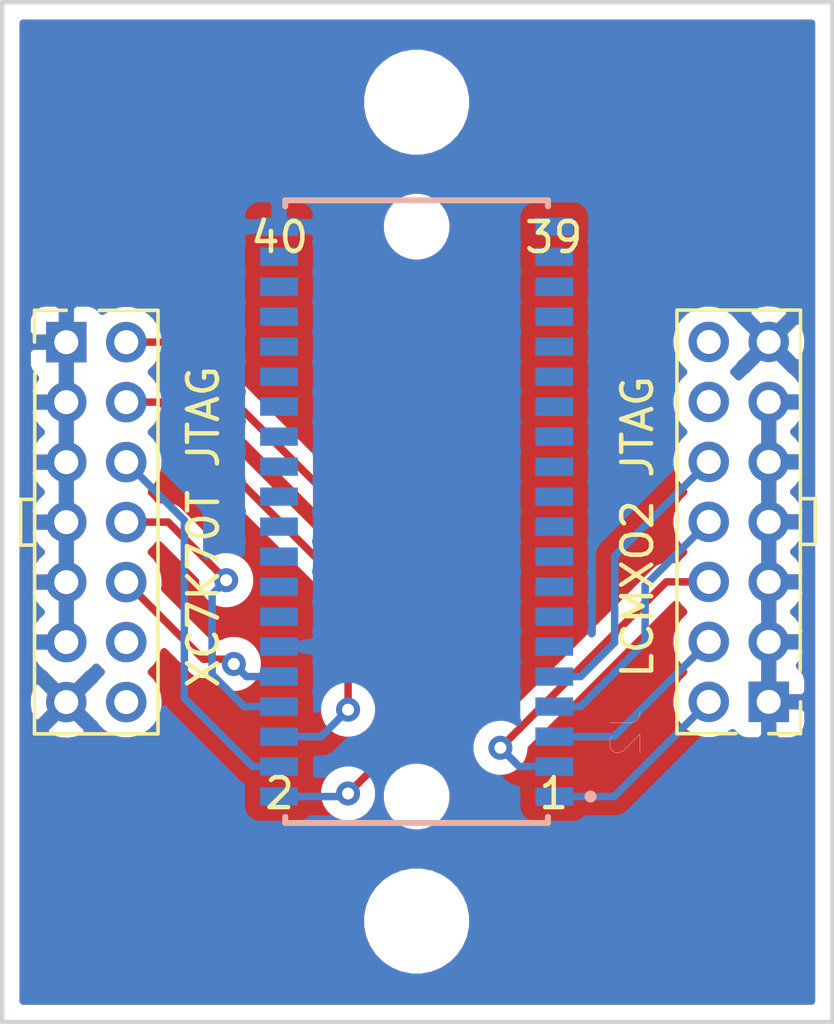
<source format=kicad_pcb>
(kicad_pcb (version 20171130) (host pcbnew "(5.1.6-0-10_14)")

  (general
    (thickness 1.6)
    (drawings 14)
    (tracks 47)
    (zones 0)
    (modules 5)
    (nets 44)
  )

  (page A4)
  (layers
    (0 F.Cu signal)
    (31 B.Cu signal)
    (32 B.Adhes user)
    (33 F.Adhes user)
    (34 B.Paste user hide)
    (35 F.Paste user hide)
    (36 B.SilkS user hide)
    (37 F.SilkS user)
    (38 B.Mask user hide)
    (39 F.Mask user hide)
    (40 Dwgs.User user)
    (41 Cmts.User user)
    (42 Eco1.User user)
    (43 Eco2.User user)
    (44 Edge.Cuts user)
    (45 Margin user)
    (46 B.CrtYd user hide)
    (47 F.CrtYd user hide)
    (48 B.Fab user hide)
    (49 F.Fab user hide)
  )

  (setup
    (last_trace_width 0.25)
    (trace_clearance 0.2)
    (zone_clearance 0.5)
    (zone_45_only no)
    (trace_min 0.2)
    (via_size 0.8)
    (via_drill 0.4)
    (via_min_size 0.4)
    (via_min_drill 0.3)
    (uvia_size 0.3)
    (uvia_drill 0.1)
    (uvias_allowed no)
    (uvia_min_size 0.2)
    (uvia_min_drill 0.1)
    (edge_width 0.05)
    (segment_width 0.2)
    (pcb_text_width 0.3)
    (pcb_text_size 1.5 1.5)
    (mod_edge_width 0.12)
    (mod_text_size 1 1)
    (mod_text_width 0.15)
    (pad_size 2.5 2.5)
    (pad_drill 2.5)
    (pad_to_mask_clearance 0.05)
    (aux_axis_origin 0 0)
    (visible_elements FFFFFF7F)
    (pcbplotparams
      (layerselection 0x010f0_ffffffff)
      (usegerberextensions false)
      (usegerberattributes true)
      (usegerberadvancedattributes true)
      (creategerberjobfile true)
      (excludeedgelayer true)
      (linewidth 0.100000)
      (plotframeref false)
      (viasonmask false)
      (mode 1)
      (useauxorigin false)
      (hpglpennumber 1)
      (hpglpenspeed 20)
      (hpglpendiameter 15.000000)
      (psnegative false)
      (psa4output false)
      (plotreference true)
      (plotvalue true)
      (plotinvisibletext false)
      (padsonsilk false)
      (subtractmaskfromsilk false)
      (outputformat 1)
      (mirror false)
      (drillshape 0)
      (scaleselection 1)
      (outputdirectory "Gerbers/"))
  )

  (net 0 "")
  (net 1 "Net-(J1-Pad14)")
  (net 2 GND)
  (net 3 "Net-(J1-Pad12)")
  (net 4 /KTDI)
  (net 5 /KTDO)
  (net 6 /KTCK)
  (net 7 /KTMS)
  (net 8 /KVREF)
  (net 9 "Net-(J2-Pad11)")
  (net 10 "Net-(J2-Pad13)")
  (net 11 "Net-(J2-Pad14)")
  (net 12 "Net-(J2-Pad15)")
  (net 13 "Net-(J2-Pad16)")
  (net 14 "Net-(J2-Pad17)")
  (net 15 "Net-(J2-Pad18)")
  (net 16 "Net-(J2-Pad19)")
  (net 17 "Net-(J2-Pad20)")
  (net 18 "Net-(J2-Pad21)")
  (net 19 "Net-(J2-Pad22)")
  (net 20 "Net-(J2-Pad23)")
  (net 21 "Net-(J2-Pad24)")
  (net 22 "Net-(J2-Pad25)")
  (net 23 "Net-(J2-Pad26)")
  (net 24 "Net-(J2-Pad27)")
  (net 25 "Net-(J2-Pad28)")
  (net 26 "Net-(J2-Pad29)")
  (net 27 "Net-(J2-Pad30)")
  (net 28 "Net-(J2-Pad31)")
  (net 29 "Net-(J2-Pad32)")
  (net 30 "Net-(J2-Pad33)")
  (net 31 "Net-(J2-Pad34)")
  (net 32 "Net-(J2-Pad35)")
  (net 33 "Net-(J2-Pad36)")
  (net 34 "Net-(J2-Pad37)")
  (net 35 "Net-(J2-Pad38)")
  (net 36 "Net-(J2-Pad39)")
  (net 37 "Net-(J3-Pad14)")
  (net 38 "Net-(J3-Pad12)")
  (net 39 /LTDI)
  (net 40 /LTDO)
  (net 41 /LTCK)
  (net 42 /LTMS)
  (net 43 /LVREF)

  (net_class Default "This is the default net class."
    (clearance 0.2)
    (trace_width 0.25)
    (via_dia 0.8)
    (via_drill 0.4)
    (uvia_dia 0.3)
    (uvia_drill 0.1)
    (add_net /KTCK)
    (add_net /KTDI)
    (add_net /KTDO)
    (add_net /KTMS)
    (add_net /KVREF)
    (add_net /LTCK)
    (add_net /LTDI)
    (add_net /LTDO)
    (add_net /LTMS)
    (add_net /LVREF)
    (add_net GND)
    (add_net "Net-(J1-Pad12)")
    (add_net "Net-(J1-Pad14)")
    (add_net "Net-(J2-Pad11)")
    (add_net "Net-(J2-Pad13)")
    (add_net "Net-(J2-Pad14)")
    (add_net "Net-(J2-Pad15)")
    (add_net "Net-(J2-Pad16)")
    (add_net "Net-(J2-Pad17)")
    (add_net "Net-(J2-Pad18)")
    (add_net "Net-(J2-Pad19)")
    (add_net "Net-(J2-Pad20)")
    (add_net "Net-(J2-Pad21)")
    (add_net "Net-(J2-Pad22)")
    (add_net "Net-(J2-Pad23)")
    (add_net "Net-(J2-Pad24)")
    (add_net "Net-(J2-Pad25)")
    (add_net "Net-(J2-Pad26)")
    (add_net "Net-(J2-Pad27)")
    (add_net "Net-(J2-Pad28)")
    (add_net "Net-(J2-Pad29)")
    (add_net "Net-(J2-Pad30)")
    (add_net "Net-(J2-Pad31)")
    (add_net "Net-(J2-Pad32)")
    (add_net "Net-(J2-Pad33)")
    (add_net "Net-(J2-Pad34)")
    (add_net "Net-(J2-Pad35)")
    (add_net "Net-(J2-Pad36)")
    (add_net "Net-(J2-Pad37)")
    (add_net "Net-(J2-Pad38)")
    (add_net "Net-(J2-Pad39)")
    (add_net "Net-(J3-Pad12)")
    (add_net "Net-(J3-Pad14)")
  )

  (module MountingHole:MountingHole_2.5mm (layer F.Cu) (tedit 56D1B4CB) (tstamp 5FD3C5C9)
    (at 38.608 24.958)
    (descr "Mounting Hole 2.5mm, no annular")
    (tags "mounting hole 2.5mm no annular")
    (attr virtual)
    (fp_text reference REF** (at 0 -3.5) (layer F.SilkS) hide
      (effects (font (size 1 1) (thickness 0.15)))
    )
    (fp_text value MountingHole_2.5mm (at 0 3.5) (layer F.Fab) hide
      (effects (font (size 1 1) (thickness 0.15)))
    )
    (fp_circle (center 0 0) (end 2.75 0) (layer F.CrtYd) (width 0.05))
    (fp_circle (center 0 0) (end 2.5 0) (layer Cmts.User) (width 0.15))
    (fp_text user %R (at 0.3 0) (layer F.Fab) hide
      (effects (font (size 1 1) (thickness 0.15)))
    )
    (pad 1 np_thru_hole circle (at 0 0) (size 2.5 2.5) (drill 2.5) (layers *.Cu *.Mask))
  )

  (module MountingHole:MountingHole_2.5mm (layer F.Cu) (tedit 56D1B4CB) (tstamp 5FD3C4DC)
    (at 38.608 52.258)
    (descr "Mounting Hole 2.5mm, no annular")
    (tags "mounting hole 2.5mm no annular")
    (attr virtual)
    (fp_text reference REF** (at 0 -3.5) (layer F.SilkS) hide
      (effects (font (size 1 1) (thickness 0.15)))
    )
    (fp_text value MountingHole_2.5mm (at 0 3.5) (layer F.Fab) hide
      (effects (font (size 1 1) (thickness 0.15)))
    )
    (fp_circle (center 0 0) (end 2.5 0) (layer Cmts.User) (width 0.15))
    (fp_circle (center 0 0) (end 2.75 0) (layer F.CrtYd) (width 0.05))
    (fp_text user %R (at 0.3 0) (layer F.Fab) hide
      (effects (font (size 1 1) (thickness 0.15)))
    )
    (pad 1 np_thru_hole circle (at 0 0) (size 2.5 2.5) (drill 2.5) (layers *.Cu *.Mask))
  )

  (module Connector_PinSocket_2.00mm:JTAG-Xilinx-2mm-Vert (layer F.Cu) (tedit 5FD27125) (tstamp 5FD3AEC9)
    (at 50.35 32.95)
    (descr "Through hole straight socket strip, 2x07, 2.00mm pitch, double cols (from Kicad 4.0.7), script generated")
    (tags "Through hole socket strip THT 2x07 2.00mm double row")
    (path /5FD43232)
    (fp_text reference "LCMXO2 JTAG" (at -4.376 6.166 270) (layer F.SilkS)
      (effects (font (size 1 1) (thickness 0.15)))
    )
    (fp_text value JTAG-LCMXO2 (at -1 14.5) (layer F.Fab)
      (effects (font (size 1 1) (thickness 0.15)))
    )
    (fp_line (start -3 -1) (end 1 -1) (layer F.Fab) (width 0.1))
    (fp_line (start 1 12) (end 0 13) (layer F.Fab) (width 0.1))
    (fp_line (start 1 -1) (end 1 12) (layer F.Fab) (width 0.1))
    (fp_line (start 0 13) (end -3 13) (layer F.Fab) (width 0.1))
    (fp_line (start -3 13) (end -3 -1) (layer F.Fab) (width 0.1))
    (fp_line (start -3.06 -1.06) (end 1.06 -1.06) (layer F.SilkS) (width 0.12))
    (fp_line (start -3.06 -1.06) (end -3.06 13.06) (layer F.SilkS) (width 0.12))
    (fp_line (start -3.06 13.06) (end -1.1 13.06) (layer F.SilkS) (width 0.12))
    (fp_line (start 1.06 -1.06) (end 1.05 10.95) (layer F.SilkS) (width 0.12))
    (fp_line (start 1.06 13.0615) (end 0 13.0615) (layer F.SilkS) (width 0.12))
    (fp_line (start 1.06 12.0015) (end 1.06 13.0615) (layer F.SilkS) (width 0.12))
    (fp_line (start -3.5 -1.5) (end 1.5 -1.5) (layer F.CrtYd) (width 0.05))
    (fp_line (start 1.5 -1.5) (end 1.5 13.5) (layer F.CrtYd) (width 0.05))
    (fp_line (start 1.5 13.5) (end -3.5 13.5) (layer F.CrtYd) (width 0.05))
    (fp_line (start -3.5 13.5) (end -3.5 -1.5) (layer F.CrtYd) (width 0.05))
    (fp_text user %R (at -1 6 90) (layer F.Fab)
      (effects (font (size 1 1) (thickness 0.15)))
    )
    (pad 13 thru_hole circle (at 0 0) (size 1.35 1.35) (drill 0.8) (layers *.Cu *.Mask)
      (net 2 GND))
    (pad 14 thru_hole oval (at -2 0) (size 1.35 1.35) (drill 0.8) (layers *.Cu *.Mask)
      (net 37 "Net-(J3-Pad14)"))
    (pad 11 thru_hole oval (at 0 2) (size 1.35 1.35) (drill 0.8) (layers *.Cu *.Mask)
      (net 2 GND))
    (pad 12 thru_hole oval (at -2 2) (size 1.35 1.35) (drill 0.8) (layers *.Cu *.Mask)
      (net 38 "Net-(J3-Pad12)"))
    (pad 9 thru_hole oval (at 0 4) (size 1.35 1.35) (drill 0.8) (layers *.Cu *.Mask)
      (net 2 GND))
    (pad 10 thru_hole oval (at -2 4) (size 1.35 1.35) (drill 0.8) (layers *.Cu *.Mask)
      (net 39 /LTDI))
    (pad 7 thru_hole oval (at 0 6) (size 1.35 1.35) (drill 0.8) (layers *.Cu *.Mask)
      (net 2 GND))
    (pad 8 thru_hole oval (at -2 6) (size 1.35 1.35) (drill 0.8) (layers *.Cu *.Mask)
      (net 40 /LTDO))
    (pad 5 thru_hole oval (at 0 8) (size 1.35 1.35) (drill 0.8) (layers *.Cu *.Mask)
      (net 2 GND))
    (pad 6 thru_hole oval (at -2 8) (size 1.35 1.35) (drill 0.8) (layers *.Cu *.Mask)
      (net 41 /LTCK))
    (pad 3 thru_hole oval (at 0 10) (size 1.35 1.35) (drill 0.8) (layers *.Cu *.Mask)
      (net 2 GND))
    (pad 4 thru_hole oval (at -2 10) (size 1.35 1.35) (drill 0.8) (layers *.Cu *.Mask)
      (net 42 /LTMS))
    (pad 1 thru_hole rect (at 0 12) (size 1.35 1.35) (drill 0.8) (layers *.Cu *.Mask)
      (net 2 GND))
    (pad 2 thru_hole oval (at -2 12) (size 1.35 1.35) (drill 0.8) (layers *.Cu *.Mask)
      (net 43 /LVREF))
    (model ${KISYS3DMOD}/Connector_PinSocket_2.00mm.3dshapes/PinSocket_2x07_P2.00mm_Vertical.wrl
      (at (xyz 0 0 0))
      (scale (xyz 1 1 1))
      (rotate (xyz 0 0 0))
    )
  )

  (module Connector_PinSocket_2.00mm:JTAG-Xilinx-2mm-Vert (layer F.Cu) (tedit 5FD27125) (tstamp 5FD37D56)
    (at 26.924 44.958 180)
    (descr "Through hole straight socket strip, 2x07, 2.00mm pitch, double cols (from Kicad 4.0.7), script generated")
    (tags "Through hole socket strip THT 2x07 2.00mm double row")
    (path /5FD292DF)
    (fp_text reference "XC7K70T JTAG" (at -4.572 5.842 270) (layer F.SilkS)
      (effects (font (size 1 1) (thickness 0.15)))
    )
    (fp_text value JTAG-XC7K70 (at -1 14.5) (layer F.Fab)
      (effects (font (size 1 1) (thickness 0.15)))
    )
    (fp_line (start -3 -1) (end 1 -1) (layer F.Fab) (width 0.1))
    (fp_line (start 1 12) (end 0 13) (layer F.Fab) (width 0.1))
    (fp_line (start 1 -1) (end 1 12) (layer F.Fab) (width 0.1))
    (fp_line (start 0 13) (end -3 13) (layer F.Fab) (width 0.1))
    (fp_line (start -3 13) (end -3 -1) (layer F.Fab) (width 0.1))
    (fp_line (start -3.06 -1.06) (end 1.06 -1.06) (layer F.SilkS) (width 0.12))
    (fp_line (start -3.06 -1.06) (end -3.06 13.06) (layer F.SilkS) (width 0.12))
    (fp_line (start -3.06 13.06) (end -1.1 13.06) (layer F.SilkS) (width 0.12))
    (fp_line (start 1.06 -1.06) (end 1.05 10.95) (layer F.SilkS) (width 0.12))
    (fp_line (start 1.06 13.0615) (end 0 13.0615) (layer F.SilkS) (width 0.12))
    (fp_line (start 1.06 12.0015) (end 1.06 13.0615) (layer F.SilkS) (width 0.12))
    (fp_line (start -3.5 -1.5) (end 1.5 -1.5) (layer F.CrtYd) (width 0.05))
    (fp_line (start 1.5 -1.5) (end 1.5 13.5) (layer F.CrtYd) (width 0.05))
    (fp_line (start 1.5 13.5) (end -3.5 13.5) (layer F.CrtYd) (width 0.05))
    (fp_line (start -3.5 13.5) (end -3.5 -1.5) (layer F.CrtYd) (width 0.05))
    (fp_text user %R (at -1 6 90) (layer F.Fab)
      (effects (font (size 1 1) (thickness 0.15)))
    )
    (pad 13 thru_hole circle (at 0 0 180) (size 1.35 1.35) (drill 0.8) (layers *.Cu *.Mask)
      (net 2 GND))
    (pad 14 thru_hole oval (at -2 0 180) (size 1.35 1.35) (drill 0.8) (layers *.Cu *.Mask)
      (net 1 "Net-(J1-Pad14)"))
    (pad 11 thru_hole oval (at 0 2 180) (size 1.35 1.35) (drill 0.8) (layers *.Cu *.Mask)
      (net 2 GND))
    (pad 12 thru_hole oval (at -2 2 180) (size 1.35 1.35) (drill 0.8) (layers *.Cu *.Mask)
      (net 3 "Net-(J1-Pad12)"))
    (pad 9 thru_hole oval (at 0 4 180) (size 1.35 1.35) (drill 0.8) (layers *.Cu *.Mask)
      (net 2 GND))
    (pad 10 thru_hole oval (at -2 4 180) (size 1.35 1.35) (drill 0.8) (layers *.Cu *.Mask)
      (net 4 /KTDI))
    (pad 7 thru_hole oval (at 0 6 180) (size 1.35 1.35) (drill 0.8) (layers *.Cu *.Mask)
      (net 2 GND))
    (pad 8 thru_hole oval (at -2 6 180) (size 1.35 1.35) (drill 0.8) (layers *.Cu *.Mask)
      (net 5 /KTDO))
    (pad 5 thru_hole oval (at 0 8 180) (size 1.35 1.35) (drill 0.8) (layers *.Cu *.Mask)
      (net 2 GND))
    (pad 6 thru_hole oval (at -2 8 180) (size 1.35 1.35) (drill 0.8) (layers *.Cu *.Mask)
      (net 6 /KTCK))
    (pad 3 thru_hole oval (at 0 10 180) (size 1.35 1.35) (drill 0.8) (layers *.Cu *.Mask)
      (net 2 GND))
    (pad 4 thru_hole oval (at -2 10 180) (size 1.35 1.35) (drill 0.8) (layers *.Cu *.Mask)
      (net 7 /KTMS))
    (pad 1 thru_hole rect (at 0 12 180) (size 1.35 1.35) (drill 0.8) (layers *.Cu *.Mask)
      (net 2 GND))
    (pad 2 thru_hole oval (at -2 12 180) (size 1.35 1.35) (drill 0.8) (layers *.Cu *.Mask)
      (net 8 /KVREF))
    (model ${KISYS3DMOD}/Connector_PinSocket_2.00mm.3dshapes/PinSocket_2x07_P2.00mm_Vertical.wrl
      (at (xyz 0 0 0))
      (scale (xyz 1 1 1))
      (rotate (xyz 0 0 0))
    )
  )

  (module Connector_Samtec:SAMTEC_FSI-120-03-X-D-AD-TR (layer B.Cu) (tedit 5FD26D75) (tstamp 5FD38E86)
    (at 38.608 38.608 90)
    (path /5FD599C1)
    (fp_text reference J2 (at -7.373 6.985 270) (layer B.SilkS)
      (effects (font (size 1 1) (thickness 0.015)) (justify mirror))
    )
    (fp_text value DX7 (at 6.343 -6.477 270) (layer B.Fab)
      (effects (font (size 1 1) (thickness 0.015)) (justify mirror))
    )
    (fp_line (start -10.63 -5.47) (end -10.63 5.47) (layer B.CrtYd) (width 0.05))
    (fp_line (start 10.63 -5.47) (end -10.63 -5.47) (layer B.CrtYd) (width 0.05))
    (fp_line (start 10.63 5.47) (end 10.63 -5.47) (layer B.CrtYd) (width 0.05))
    (fp_line (start -10.63 5.47) (end 10.63 5.47) (layer B.CrtYd) (width 0.05))
    (fp_circle (center -9.5 5.8) (end -9.4 5.8) (layer B.Fab) (width 0.2))
    (fp_circle (center -9.5 5.8) (end -9.4 5.8) (layer B.SilkS) (width 0.2))
    (fp_line (start 10.38 -4.38) (end 10.18 -4.38) (layer B.SilkS) (width 0.2))
    (fp_line (start 10.18 4.38) (end 10.38 4.38) (layer B.SilkS) (width 0.2))
    (fp_line (start 10.38 4.38) (end 10.38 -4.38) (layer B.SilkS) (width 0.2))
    (fp_line (start -10.38 -4.38) (end -10.18 -4.38) (layer B.SilkS) (width 0.2))
    (fp_line (start -10.38 4.38) (end -10.38 -4.38) (layer B.SilkS) (width 0.2))
    (fp_line (start -10.18 4.38) (end -10.38 4.38) (layer B.SilkS) (width 0.2))
    (fp_line (start -10.38 -4.38) (end -10.38 4.38) (layer B.Fab) (width 0.1))
    (fp_line (start 10.38 -4.38) (end -10.38 -4.38) (layer B.Fab) (width 0.1))
    (fp_line (start 10.38 4.38) (end 10.38 -4.38) (layer B.Fab) (width 0.1))
    (fp_line (start -10.38 4.38) (end 10.38 4.38) (layer B.Fab) (width 0.1))
    (pad 6 smd rect (at -7.5 -4.59 90) (size 0.61 1.26) (layers B.Cu B.Paste B.Mask)
      (net 7 /KTMS))
    (pad 4 smd rect (at -8.5 -4.59 90) (size 0.61 1.26) (layers B.Cu B.Paste B.Mask)
      (net 6 /KTCK))
    (pad 2 smd rect (at -9.5 -4.59 90) (size 0.61 1.26) (layers B.Cu B.Paste B.Mask)
      (net 8 /KVREF))
    (pad 8 smd rect (at -6.5 -4.59 90) (size 0.61 1.26) (layers B.Cu B.Paste B.Mask)
      (net 5 /KTDO))
    (pad 10 smd rect (at -5.5 -4.59 90) (size 0.61 1.26) (layers B.Cu B.Paste B.Mask)
      (net 4 /KTDI))
    (pad 5 smd rect (at -7.5 4.59 90) (size 0.61 1.26) (layers B.Cu B.Paste B.Mask)
      (net 42 /LTMS))
    (pad 3 smd rect (at -8.5 4.59 90) (size 0.61 1.26) (layers B.Cu B.Paste B.Mask)
      (net 41 /LTCK))
    (pad 1 smd rect (at -9.5 4.59 90) (size 0.61 1.26) (layers B.Cu B.Paste B.Mask)
      (net 43 /LVREF))
    (pad 7 smd rect (at -6.5 4.59 90) (size 0.61 1.26) (layers B.Cu B.Paste B.Mask)
      (net 40 /LTDO))
    (pad 9 smd rect (at -5.5 4.59 90) (size 0.61 1.26) (layers B.Cu B.Paste B.Mask)
      (net 39 /LTDI))
    (pad 11 smd rect (at -4.5 4.59 90) (size 0.61 1.26) (layers B.Cu B.Paste B.Mask)
      (net 9 "Net-(J2-Pad11)"))
    (pad 12 smd rect (at -4.5 -4.59 90) (size 0.61 1.26) (layers B.Cu B.Paste B.Mask)
      (net 2 GND))
    (pad 13 smd rect (at -3.5 4.59 90) (size 0.61 1.26) (layers B.Cu B.Paste B.Mask)
      (net 10 "Net-(J2-Pad13)"))
    (pad 14 smd rect (at -3.5 -4.59 90) (size 0.61 1.26) (layers B.Cu B.Paste B.Mask)
      (net 11 "Net-(J2-Pad14)"))
    (pad 15 smd rect (at -2.5 4.59 90) (size 0.61 1.26) (layers B.Cu B.Paste B.Mask)
      (net 12 "Net-(J2-Pad15)"))
    (pad 16 smd rect (at -2.5 -4.59 90) (size 0.61 1.26) (layers B.Cu B.Paste B.Mask)
      (net 13 "Net-(J2-Pad16)"))
    (pad 17 smd rect (at -1.5 4.59 90) (size 0.61 1.26) (layers B.Cu B.Paste B.Mask)
      (net 14 "Net-(J2-Pad17)"))
    (pad 18 smd rect (at -1.5 -4.59 90) (size 0.61 1.26) (layers B.Cu B.Paste B.Mask)
      (net 15 "Net-(J2-Pad18)"))
    (pad 19 smd rect (at -0.5 4.59 90) (size 0.61 1.26) (layers B.Cu B.Paste B.Mask)
      (net 16 "Net-(J2-Pad19)"))
    (pad 20 smd rect (at -0.5 -4.59 90) (size 0.61 1.26) (layers B.Cu B.Paste B.Mask)
      (net 17 "Net-(J2-Pad20)"))
    (pad 21 smd rect (at 0.5 4.59 90) (size 0.61 1.26) (layers B.Cu B.Paste B.Mask)
      (net 18 "Net-(J2-Pad21)"))
    (pad 22 smd rect (at 0.5 -4.59 90) (size 0.61 1.26) (layers B.Cu B.Paste B.Mask)
      (net 19 "Net-(J2-Pad22)"))
    (pad 23 smd rect (at 1.5 4.59 90) (size 0.61 1.26) (layers B.Cu B.Paste B.Mask)
      (net 20 "Net-(J2-Pad23)"))
    (pad 24 smd rect (at 1.5 -4.59 90) (size 0.61 1.26) (layers B.Cu B.Paste B.Mask)
      (net 21 "Net-(J2-Pad24)"))
    (pad 25 smd rect (at 2.5 4.59 90) (size 0.61 1.26) (layers B.Cu B.Paste B.Mask)
      (net 22 "Net-(J2-Pad25)"))
    (pad 26 smd rect (at 2.5 -4.59 90) (size 0.61 1.26) (layers B.Cu B.Paste B.Mask)
      (net 23 "Net-(J2-Pad26)"))
    (pad 27 smd rect (at 3.5 4.59 90) (size 0.61 1.26) (layers B.Cu B.Paste B.Mask)
      (net 24 "Net-(J2-Pad27)"))
    (pad 28 smd rect (at 3.5 -4.59 90) (size 0.61 1.26) (layers B.Cu B.Paste B.Mask)
      (net 25 "Net-(J2-Pad28)"))
    (pad 29 smd rect (at 4.5 4.59 90) (size 0.61 1.26) (layers B.Cu B.Paste B.Mask)
      (net 26 "Net-(J2-Pad29)"))
    (pad 30 smd rect (at 4.5 -4.59 90) (size 0.61 1.26) (layers B.Cu B.Paste B.Mask)
      (net 27 "Net-(J2-Pad30)"))
    (pad 31 smd rect (at 5.5 4.59 90) (size 0.61 1.26) (layers B.Cu B.Paste B.Mask)
      (net 28 "Net-(J2-Pad31)"))
    (pad 32 smd rect (at 5.5 -4.59 90) (size 0.61 1.26) (layers B.Cu B.Paste B.Mask)
      (net 29 "Net-(J2-Pad32)"))
    (pad 33 smd rect (at 6.5 4.59 90) (size 0.61 1.26) (layers B.Cu B.Paste B.Mask)
      (net 30 "Net-(J2-Pad33)"))
    (pad 34 smd rect (at 6.5 -4.59 90) (size 0.61 1.26) (layers B.Cu B.Paste B.Mask)
      (net 31 "Net-(J2-Pad34)"))
    (pad 35 smd rect (at 7.5 4.59 90) (size 0.61 1.26) (layers B.Cu B.Paste B.Mask)
      (net 32 "Net-(J2-Pad35)"))
    (pad 36 smd rect (at 7.5 -4.59 90) (size 0.61 1.26) (layers B.Cu B.Paste B.Mask)
      (net 33 "Net-(J2-Pad36)"))
    (pad 37 smd rect (at 8.5 4.59 90) (size 0.61 1.26) (layers B.Cu B.Paste B.Mask)
      (net 34 "Net-(J2-Pad37)"))
    (pad 38 smd rect (at 8.5 -4.59 90) (size 0.61 1.26) (layers B.Cu B.Paste B.Mask)
      (net 35 "Net-(J2-Pad38)"))
    (pad 39 smd rect (at 9.5 4.59 90) (size 0.61 1.26) (layers B.Cu B.Paste B.Mask)
      (net 36 "Net-(J2-Pad39)"))
    (pad 40 smd rect (at 9.5 -4.59 90) (size 0.61 1.26) (layers B.Cu B.Paste B.Mask)
      (net 2 GND))
    (pad None np_thru_hole circle (at -9.5 0 90) (size 1.19 1.19) (drill 1.19) (layers *.Cu *.Mask))
    (pad None np_thru_hole circle (at 9.5 0 90) (size 1.19 1.19) (drill 1.19) (layers *.Cu *.Mask))
    (model /Users/craigjb/Projects/HAPS-DX7/DX7-JTAG/FSI-120-03-G-D-AD.igs
      (offset (xyz 0 0 0.1))
      (scale (xyz 1 1 1))
      (rotate (xyz -90 0 0))
    )
  )

  (gr_line (start 52.475 21.625) (end 52.475 55.626) (layer Edge.Cuts) (width 0.15) (tstamp 5FD3C5E7))
  (gr_line (start 24.789 21.625) (end 24.789 55.626) (layer Edge.Cuts) (width 0.15) (tstamp 5FD3C5D8))
  (gr_line (start 24.789 55.626) (end 52.475 55.626) (layer Edge.Cuts) (width 0.15) (tstamp 5FD3C5B8))
  (gr_line (start 24.789 21.625) (end 52.475 21.625) (layer Edge.Cuts) (width 0.15))
  (gr_text 39 (at 43.18 29.464) (layer F.SilkS) (tstamp 5FD3B25F)
    (effects (font (size 1 1) (thickness 0.15)))
  )
  (gr_text 40 (at 34.036 29.464) (layer F.SilkS) (tstamp 5FD3B25E)
    (effects (font (size 1 1) (thickness 0.15)))
  )
  (gr_text 2 (at 34.036 48.006) (layer F.SilkS) (tstamp 5FD3B255)
    (effects (font (size 1 1) (thickness 0.15)))
  )
  (gr_text 1 (at 43.18 48.006) (layer F.SilkS)
    (effects (font (size 1 1) (thickness 0.15)))
  )
  (gr_line (start 51.45 39.7) (end 51.9 39.7) (layer F.SilkS) (width 0.12) (tstamp 5FD3B02C))
  (gr_line (start 51.9 38.176) (end 51.45 38.176) (layer F.SilkS) (width 0.12) (tstamp 5FD3B02B))
  (gr_line (start 51.9 39.7) (end 51.9 38.176) (layer F.SilkS) (width 0.12) (tstamp 5FD3B02A))
  (gr_line (start 25.4 39.724) (end 25.85 39.724) (layer F.SilkS) (width 0.12))
  (gr_line (start 25.4 38.2) (end 25.4 39.724) (layer F.SilkS) (width 0.12))
  (gr_line (start 25.85 38.2) (end 25.4 38.2) (layer F.SilkS) (width 0.12))

  (segment (start 28.924 40.958) (end 31.496 43.53) (width 0.25) (layer F.Cu) (net 4))
  (via (at 32.512 43.688) (size 0.8) (drill 0.4) (layers F.Cu B.Cu) (net 4))
  (segment (start 31.496 43.53) (end 32.354 43.53) (width 0.25) (layer F.Cu) (net 4))
  (segment (start 32.354 43.53) (end 32.512 43.688) (width 0.25) (layer F.Cu) (net 4))
  (segment (start 32.932 44.108) (end 34.018 44.108) (width 0.25) (layer B.Cu) (net 4))
  (segment (start 32.512 43.688) (end 32.932 44.108) (width 0.25) (layer B.Cu) (net 4))
  (via (at 32.258 40.894) (size 0.8) (drill 0.4) (layers F.Cu B.Cu) (net 5))
  (segment (start 30.322 38.958) (end 32.258 40.894) (width 0.25) (layer F.Cu) (net 5))
  (segment (start 28.924 38.958) (end 30.322 38.958) (width 0.25) (layer F.Cu) (net 5))
  (segment (start 31.786999 41.365001) (end 31.786999 44.036001) (width 0.25) (layer B.Cu) (net 5))
  (segment (start 32.258 40.894) (end 31.786999 41.365001) (width 0.25) (layer B.Cu) (net 5))
  (segment (start 31.786999 44.036001) (end 32.858998 45.108) (width 0.25) (layer B.Cu) (net 5))
  (segment (start 32.858998 45.108) (end 34.018 45.108) (width 0.25) (layer B.Cu) (net 5))
  (segment (start 33.138 47.108) (end 34.018 47.108) (width 0.25) (layer B.Cu) (net 6))
  (segment (start 28.924 36.958) (end 30.862 38.896) (width 0.25) (layer B.Cu) (net 6))
  (segment (start 30.862 38.896) (end 30.862 44.832) (width 0.25) (layer B.Cu) (net 6))
  (segment (start 30.862 44.832) (end 33.138 47.108) (width 0.25) (layer B.Cu) (net 6))
  (segment (start 36.322 41.214) (end 30.066 34.958) (width 0.25) (layer F.Cu) (net 7))
  (segment (start 30.066 34.958) (end 28.924 34.958) (width 0.25) (layer F.Cu) (net 7))
  (segment (start 36.322 45.212) (end 36.322 41.214) (width 0.25) (layer F.Cu) (net 7))
  (via (at 36.322 45.212) (size 0.8) (drill 0.4) (layers F.Cu B.Cu) (net 7))
  (segment (start 35.426 46.108) (end 36.322 45.212) (width 0.25) (layer B.Cu) (net 7))
  (segment (start 34.018 46.108) (end 35.426 46.108) (width 0.25) (layer B.Cu) (net 7))
  (via (at 36.322 48.006) (size 0.8) (drill 0.4) (layers F.Cu B.Cu) (net 8))
  (segment (start 36.22 48.108) (end 36.322 48.006) (width 0.25) (layer B.Cu) (net 8))
  (segment (start 34.018 48.108) (end 36.22 48.108) (width 0.25) (layer B.Cu) (net 8))
  (segment (start 38.862 41.278) (end 30.542 32.958) (width 0.25) (layer F.Cu) (net 8))
  (segment (start 30.542 32.958) (end 28.924 32.958) (width 0.25) (layer F.Cu) (net 8))
  (segment (start 38.862 45.466) (end 38.862 41.278) (width 0.25) (layer F.Cu) (net 8))
  (segment (start 36.322 48.006) (end 38.862 45.466) (width 0.25) (layer F.Cu) (net 8))
  (segment (start 48.35 36.95) (end 45.212 40.088) (width 0.25) (layer B.Cu) (net 39))
  (segment (start 44.078 44.108) (end 43.198 44.108) (width 0.25) (layer B.Cu) (net 39))
  (segment (start 45.212 42.974) (end 44.078 44.108) (width 0.25) (layer B.Cu) (net 39))
  (segment (start 45.212 40.088) (end 45.212 42.974) (width 0.25) (layer B.Cu) (net 39))
  (segment (start 48.35 38.95) (end 46.228 41.072) (width 0.25) (layer B.Cu) (net 40))
  (segment (start 44.078 45.108) (end 43.198 45.108) (width 0.25) (layer B.Cu) (net 40))
  (segment (start 46.228 42.958) (end 44.078 45.108) (width 0.25) (layer B.Cu) (net 40))
  (segment (start 46.228 41.072) (end 46.228 42.958) (width 0.25) (layer B.Cu) (net 40))
  (via (at 41.402 46.482) (size 0.8) (drill 0.4) (layers F.Cu B.Cu) (net 41))
  (segment (start 46.934 40.95) (end 41.402 46.482) (width 0.25) (layer F.Cu) (net 41))
  (segment (start 48.35 40.95) (end 46.934 40.95) (width 0.25) (layer F.Cu) (net 41))
  (segment (start 42.028 47.108) (end 43.198 47.108) (width 0.25) (layer B.Cu) (net 41))
  (segment (start 41.402 46.482) (end 42.028 47.108) (width 0.25) (layer B.Cu) (net 41))
  (segment (start 45.192 46.108) (end 43.198 46.108) (width 0.25) (layer B.Cu) (net 42))
  (segment (start 48.35 42.95) (end 45.192 46.108) (width 0.25) (layer B.Cu) (net 42))
  (segment (start 45.192 48.108) (end 43.198 48.108) (width 0.25) (layer B.Cu) (net 43))
  (segment (start 48.35 44.95) (end 45.192 48.108) (width 0.25) (layer B.Cu) (net 43))

  (zone (net 2) (net_name GND) (layer F.Cu) (tstamp 5FD27A0A) (hatch edge 0.508)
    (connect_pads (clearance 0.5))
    (min_thickness 0.25)
    (fill yes (arc_segments 32) (thermal_gap 0.508) (thermal_bridge_width 0.508))
    (polygon
      (pts
        (xy 52.07 55.118) (xy 25.146 55.118) (xy 25.146 22.098) (xy 52.07 22.098)
      )
    )
    (filled_polygon
      (pts
        (xy 51.775001 54.926) (xy 25.489 54.926) (xy 25.489 52.073329) (xy 36.733 52.073329) (xy 36.733 52.442671)
        (xy 36.805056 52.804917) (xy 36.946397 53.146145) (xy 37.151593 53.453243) (xy 37.412757 53.714407) (xy 37.719855 53.919603)
        (xy 38.061083 54.060944) (xy 38.423329 54.133) (xy 38.792671 54.133) (xy 39.154917 54.060944) (xy 39.496145 53.919603)
        (xy 39.803243 53.714407) (xy 40.064407 53.453243) (xy 40.269603 53.146145) (xy 40.410944 52.804917) (xy 40.483 52.442671)
        (xy 40.483 52.073329) (xy 40.410944 51.711083) (xy 40.269603 51.369855) (xy 40.064407 51.062757) (xy 39.803243 50.801593)
        (xy 39.496145 50.596397) (xy 39.154917 50.455056) (xy 38.792671 50.383) (xy 38.423329 50.383) (xy 38.061083 50.455056)
        (xy 37.719855 50.596397) (xy 37.412757 50.801593) (xy 37.151593 51.062757) (xy 36.946397 51.369855) (xy 36.805056 51.711083)
        (xy 36.733 52.073329) (xy 25.489 52.073329) (xy 25.489 45.861583) (xy 26.202851 45.861583) (xy 26.259549 46.092005)
        (xy 26.49355 46.199844) (xy 26.744093 46.259958) (xy 27.00155 46.270039) (xy 27.256026 46.2297) (xy 27.497742 46.140489)
        (xy 27.588451 46.092005) (xy 27.645149 45.861583) (xy 26.924 45.140434) (xy 26.202851 45.861583) (xy 25.489 45.861583)
        (xy 25.489 45.03555) (xy 25.611961 45.03555) (xy 25.6523 45.290026) (xy 25.741511 45.531742) (xy 25.789995 45.622451)
        (xy 26.020417 45.679149) (xy 26.741566 44.958) (xy 26.020417 44.236851) (xy 25.789995 44.293549) (xy 25.682156 44.52755)
        (xy 25.622042 44.778093) (xy 25.611961 45.03555) (xy 25.489 45.03555) (xy 25.489 43.28903) (xy 25.658582 43.28903)
        (xy 25.687928 43.385789) (xy 25.795136 43.618715) (xy 25.945726 43.82625) (xy 26.133911 44.000419) (xy 26.205351 44.044257)
        (xy 26.202851 44.054417) (xy 26.924 44.775566) (xy 27.645149 44.054417) (xy 27.642649 44.044257) (xy 27.714089 44.000419)
        (xy 27.902274 43.82625) (xy 27.923929 43.796407) (xy 28.085522 43.958) (xy 27.914224 44.129298) (xy 27.840273 44.239974)
        (xy 27.827583 44.236851) (xy 27.106434 44.958) (xy 27.827583 45.679149) (xy 27.840273 45.676026) (xy 27.914224 45.786702)
        (xy 28.095298 45.967776) (xy 28.308219 46.110045) (xy 28.544804 46.208042) (xy 28.795961 46.258) (xy 29.052039 46.258)
        (xy 29.303196 46.208042) (xy 29.539781 46.110045) (xy 29.752702 45.967776) (xy 29.933776 45.786702) (xy 30.076045 45.573781)
        (xy 30.174042 45.337196) (xy 30.224 45.086039) (xy 30.224 44.829961) (xy 30.174042 44.578804) (xy 30.076045 44.342219)
        (xy 29.933776 44.129298) (xy 29.762478 43.958) (xy 29.933776 43.786702) (xy 30.076045 43.573781) (xy 30.174042 43.337196)
        (xy 30.185406 43.280066) (xy 30.93963 44.034291) (xy 30.963105 44.062895) (xy 30.991708 44.086369) (xy 30.991715 44.086376)
        (xy 31.034269 44.121298) (xy 31.077307 44.156619) (xy 31.207599 44.226261) (xy 31.312228 44.258) (xy 31.348973 44.269147)
        (xy 31.363817 44.270609) (xy 31.459165 44.28) (xy 31.459171 44.28) (xy 31.495999 44.283627) (xy 31.532827 44.28)
        (xy 31.674804 44.28) (xy 31.71583 44.3414) (xy 31.8586 44.48417) (xy 32.02648 44.596344) (xy 32.213018 44.67361)
        (xy 32.411046 44.713) (xy 32.612954 44.713) (xy 32.810982 44.67361) (xy 32.99752 44.596344) (xy 33.1654 44.48417)
        (xy 33.30817 44.3414) (xy 33.420344 44.17352) (xy 33.49761 43.986982) (xy 33.537 43.788954) (xy 33.537 43.587046)
        (xy 33.49761 43.389018) (xy 33.420344 43.20248) (xy 33.30817 43.0346) (xy 33.1654 42.89183) (xy 32.99752 42.779656)
        (xy 32.810982 42.70239) (xy 32.612954 42.663) (xy 32.411046 42.663) (xy 32.213018 42.70239) (xy 32.02648 42.779656)
        (xy 32.025965 42.78) (xy 31.806661 42.78) (xy 30.205534 41.178874) (xy 30.224 41.086039) (xy 30.224 40.829961)
        (xy 30.174042 40.578804) (xy 30.076045 40.342219) (xy 29.933776 40.129298) (xy 29.762478 39.958) (xy 29.933776 39.786702)
        (xy 29.986363 39.708) (xy 30.011341 39.708) (xy 31.233 40.92966) (xy 31.233 40.994954) (xy 31.27239 41.192982)
        (xy 31.349656 41.37952) (xy 31.46183 41.5474) (xy 31.6046 41.69017) (xy 31.77248 41.802344) (xy 31.959018 41.87961)
        (xy 32.157046 41.919) (xy 32.358954 41.919) (xy 32.556982 41.87961) (xy 32.74352 41.802344) (xy 32.9114 41.69017)
        (xy 33.05417 41.5474) (xy 33.166344 41.37952) (xy 33.24361 41.192982) (xy 33.283 40.994954) (xy 33.283 40.793046)
        (xy 33.24361 40.595018) (xy 33.166344 40.40848) (xy 33.05417 40.2406) (xy 32.9114 40.09783) (xy 32.74352 39.985656)
        (xy 32.556982 39.90839) (xy 32.358954 39.869) (xy 32.29366 39.869) (xy 30.878378 38.453719) (xy 30.854895 38.425105)
        (xy 30.740693 38.331381) (xy 30.610401 38.261739) (xy 30.469026 38.218853) (xy 30.358835 38.208) (xy 30.358827 38.208)
        (xy 30.322 38.204373) (xy 30.285173 38.208) (xy 29.986363 38.208) (xy 29.933776 38.129298) (xy 29.762478 37.958)
        (xy 29.933776 37.786702) (xy 30.076045 37.573781) (xy 30.174042 37.337196) (xy 30.224 37.086039) (xy 30.224 36.829961)
        (xy 30.174042 36.578804) (xy 30.076045 36.342219) (xy 29.933776 36.129298) (xy 29.762478 35.958) (xy 29.883909 35.836569)
        (xy 35.572001 41.524661) (xy 35.572 44.51243) (xy 35.52583 44.5586) (xy 35.413656 44.72648) (xy 35.33639 44.913018)
        (xy 35.297 45.111046) (xy 35.297 45.312954) (xy 35.33639 45.510982) (xy 35.413656 45.69752) (xy 35.52583 45.8654)
        (xy 35.6686 46.00817) (xy 35.83648 46.120344) (xy 36.023018 46.19761) (xy 36.221046 46.237) (xy 36.422954 46.237)
        (xy 36.620982 46.19761) (xy 36.80752 46.120344) (xy 36.9754 46.00817) (xy 37.11817 45.8654) (xy 37.230344 45.69752)
        (xy 37.30761 45.510982) (xy 37.347 45.312954) (xy 37.347 45.111046) (xy 37.30761 44.913018) (xy 37.230344 44.72648)
        (xy 37.11817 44.5586) (xy 37.072 44.51243) (xy 37.072 41.250827) (xy 37.075627 41.213999) (xy 37.072 41.177172)
        (xy 37.072 41.177165) (xy 37.061147 41.066974) (xy 37.018261 40.925599) (xy 36.948619 40.795307) (xy 36.854895 40.681105)
        (xy 36.826286 40.657626) (xy 30.622379 34.45372) (xy 30.598895 34.425105) (xy 30.484693 34.331381) (xy 30.354401 34.261739)
        (xy 30.213026 34.218853) (xy 30.102835 34.208) (xy 30.102827 34.208) (xy 30.066 34.204373) (xy 30.029173 34.208)
        (xy 29.986363 34.208) (xy 29.933776 34.129298) (xy 29.762478 33.958) (xy 29.933776 33.786702) (xy 29.986363 33.708)
        (xy 30.231341 33.708) (xy 38.112001 41.588661) (xy 38.112 45.155339) (xy 36.286341 46.981) (xy 36.221046 46.981)
        (xy 36.023018 47.02039) (xy 35.83648 47.097656) (xy 35.6686 47.20983) (xy 35.52583 47.3526) (xy 35.413656 47.52048)
        (xy 35.33639 47.707018) (xy 35.297 47.905046) (xy 35.297 48.106954) (xy 35.33639 48.304982) (xy 35.413656 48.49152)
        (xy 35.52583 48.6594) (xy 35.6686 48.80217) (xy 35.83648 48.914344) (xy 36.023018 48.99161) (xy 36.221046 49.031)
        (xy 36.422954 49.031) (xy 36.620982 48.99161) (xy 36.80752 48.914344) (xy 36.9754 48.80217) (xy 37.11817 48.6594)
        (xy 37.230344 48.49152) (xy 37.30761 48.304982) (xy 37.347 48.106954) (xy 37.347 48.041659) (xy 37.388 48.000659)
        (xy 37.388 48.22816) (xy 37.434884 48.463861) (xy 37.52685 48.685887) (xy 37.660364 48.885705) (xy 37.830295 49.055636)
        (xy 38.030113 49.18915) (xy 38.252139 49.281116) (xy 38.48784 49.328) (xy 38.72816 49.328) (xy 38.963861 49.281116)
        (xy 39.185887 49.18915) (xy 39.385705 49.055636) (xy 39.555636 48.885705) (xy 39.68915 48.685887) (xy 39.781116 48.463861)
        (xy 39.828 48.22816) (xy 39.828 47.98784) (xy 39.781116 47.752139) (xy 39.68915 47.530113) (xy 39.555636 47.330295)
        (xy 39.385705 47.160364) (xy 39.185887 47.02685) (xy 38.963861 46.934884) (xy 38.72816 46.888) (xy 38.50066 46.888)
        (xy 39.007614 46.381046) (xy 40.377 46.381046) (xy 40.377 46.582954) (xy 40.41639 46.780982) (xy 40.493656 46.96752)
        (xy 40.60583 47.1354) (xy 40.7486 47.27817) (xy 40.91648 47.390344) (xy 41.103018 47.46761) (xy 41.301046 47.507)
        (xy 41.502954 47.507) (xy 41.700982 47.46761) (xy 41.88752 47.390344) (xy 42.0554 47.27817) (xy 42.19817 47.1354)
        (xy 42.310344 46.96752) (xy 42.38761 46.780982) (xy 42.427 46.582954) (xy 42.427 46.517659) (xy 47.244661 41.7)
        (xy 47.287637 41.7) (xy 47.340224 41.778702) (xy 47.511522 41.95) (xy 47.340224 42.121298) (xy 47.197955 42.334219)
        (xy 47.099958 42.570804) (xy 47.05 42.821961) (xy 47.05 43.078039) (xy 47.099958 43.329196) (xy 47.197955 43.565781)
        (xy 47.340224 43.778702) (xy 47.511522 43.95) (xy 47.340224 44.121298) (xy 47.197955 44.334219) (xy 47.099958 44.570804)
        (xy 47.05 44.821961) (xy 47.05 45.078039) (xy 47.099958 45.329196) (xy 47.197955 45.565781) (xy 47.340224 45.778702)
        (xy 47.521298 45.959776) (xy 47.734219 46.102045) (xy 47.970804 46.200042) (xy 48.221961 46.25) (xy 48.478039 46.25)
        (xy 48.729196 46.200042) (xy 48.965781 46.102045) (xy 49.147808 45.980419) (xy 49.225236 46.074764) (xy 49.321622 46.153867)
        (xy 49.431589 46.212646) (xy 49.55091 46.248841) (xy 49.675 46.261063) (xy 50.06275 46.258) (xy 50.221 46.09975)
        (xy 50.221 45.079) (xy 50.479 45.079) (xy 50.479 46.09975) (xy 50.63725 46.258) (xy 51.025 46.261063)
        (xy 51.14909 46.248841) (xy 51.268411 46.212646) (xy 51.378378 46.153867) (xy 51.474764 46.074764) (xy 51.553867 45.978378)
        (xy 51.612646 45.868411) (xy 51.648841 45.74909) (xy 51.661063 45.625) (xy 51.658 45.23725) (xy 51.49975 45.079)
        (xy 50.479 45.079) (xy 50.221 45.079) (xy 50.201 45.079) (xy 50.201 44.821) (xy 50.221 44.821)
        (xy 50.221 43.079) (xy 50.479 43.079) (xy 50.479 44.821) (xy 51.49975 44.821) (xy 51.658 44.66275)
        (xy 51.661063 44.275) (xy 51.648841 44.15091) (xy 51.612646 44.031589) (xy 51.553867 43.921622) (xy 51.474764 43.825236)
        (xy 51.379773 43.747277) (xy 51.478864 43.610715) (xy 51.586072 43.377789) (xy 51.615418 43.28103) (xy 51.49249 43.079)
        (xy 50.479 43.079) (xy 50.221 43.079) (xy 50.201 43.079) (xy 50.201 42.821) (xy 50.221 42.821)
        (xy 50.221 41.079) (xy 50.479 41.079) (xy 50.479 42.821) (xy 51.49249 42.821) (xy 51.615418 42.61897)
        (xy 51.586072 42.522211) (xy 51.478864 42.289285) (xy 51.328274 42.08175) (xy 51.185922 41.95) (xy 51.328274 41.81825)
        (xy 51.478864 41.610715) (xy 51.586072 41.377789) (xy 51.615418 41.28103) (xy 51.49249 41.079) (xy 50.479 41.079)
        (xy 50.221 41.079) (xy 50.201 41.079) (xy 50.201 40.821) (xy 50.221 40.821) (xy 50.221 39.079)
        (xy 50.479 39.079) (xy 50.479 40.821) (xy 51.49249 40.821) (xy 51.615418 40.61897) (xy 51.586072 40.522211)
        (xy 51.478864 40.289285) (xy 51.328274 40.08175) (xy 51.185922 39.95) (xy 51.328274 39.81825) (xy 51.478864 39.610715)
        (xy 51.586072 39.377789) (xy 51.615418 39.28103) (xy 51.49249 39.079) (xy 50.479 39.079) (xy 50.221 39.079)
        (xy 50.201 39.079) (xy 50.201 38.821) (xy 50.221 38.821) (xy 50.221 37.079) (xy 50.479 37.079)
        (xy 50.479 38.821) (xy 51.49249 38.821) (xy 51.615418 38.61897) (xy 51.586072 38.522211) (xy 51.478864 38.289285)
        (xy 51.328274 38.08175) (xy 51.185922 37.95) (xy 51.328274 37.81825) (xy 51.478864 37.610715) (xy 51.586072 37.377789)
        (xy 51.615418 37.28103) (xy 51.49249 37.079) (xy 50.479 37.079) (xy 50.221 37.079) (xy 50.201 37.079)
        (xy 50.201 36.821) (xy 50.221 36.821) (xy 50.221 35.079) (xy 50.479 35.079) (xy 50.479 36.821)
        (xy 51.49249 36.821) (xy 51.615418 36.61897) (xy 51.586072 36.522211) (xy 51.478864 36.289285) (xy 51.328274 36.08175)
        (xy 51.185922 35.95) (xy 51.328274 35.81825) (xy 51.478864 35.610715) (xy 51.586072 35.377789) (xy 51.615418 35.28103)
        (xy 51.49249 35.079) (xy 50.479 35.079) (xy 50.221 35.079) (xy 50.201 35.079) (xy 50.201 34.821)
        (xy 50.221 34.821) (xy 50.221 34.801) (xy 50.479 34.801) (xy 50.479 34.821) (xy 51.49249 34.821)
        (xy 51.615418 34.61897) (xy 51.586072 34.522211) (xy 51.478864 34.289285) (xy 51.328274 34.08175) (xy 51.140089 33.907581)
        (xy 51.068649 33.863743) (xy 51.071149 33.853583) (xy 50.35 33.132434) (xy 49.628851 33.853583) (xy 49.631351 33.863743)
        (xy 49.559911 33.907581) (xy 49.371726 34.08175) (xy 49.350071 34.111593) (xy 49.188478 33.95) (xy 49.359776 33.778702)
        (xy 49.433727 33.668026) (xy 49.446417 33.671149) (xy 50.167566 32.95) (xy 50.532434 32.95) (xy 51.253583 33.671149)
        (xy 51.484005 33.614451) (xy 51.591844 33.38045) (xy 51.651958 33.129907) (xy 51.662039 32.87245) (xy 51.6217 32.617974)
        (xy 51.532489 32.376258) (xy 51.484005 32.285549) (xy 51.253583 32.228851) (xy 50.532434 32.95) (xy 50.167566 32.95)
        (xy 49.446417 32.228851) (xy 49.433727 32.231974) (xy 49.359776 32.121298) (xy 49.284895 32.046417) (xy 49.628851 32.046417)
        (xy 50.35 32.767566) (xy 51.071149 32.046417) (xy 51.014451 31.815995) (xy 50.78045 31.708156) (xy 50.529907 31.648042)
        (xy 50.27245 31.637961) (xy 50.017974 31.6783) (xy 49.776258 31.767511) (xy 49.685549 31.815995) (xy 49.628851 32.046417)
        (xy 49.284895 32.046417) (xy 49.178702 31.940224) (xy 48.965781 31.797955) (xy 48.729196 31.699958) (xy 48.478039 31.65)
        (xy 48.221961 31.65) (xy 47.970804 31.699958) (xy 47.734219 31.797955) (xy 47.521298 31.940224) (xy 47.340224 32.121298)
        (xy 47.197955 32.334219) (xy 47.099958 32.570804) (xy 47.05 32.821961) (xy 47.05 33.078039) (xy 47.099958 33.329196)
        (xy 47.197955 33.565781) (xy 47.340224 33.778702) (xy 47.511522 33.95) (xy 47.340224 34.121298) (xy 47.197955 34.334219)
        (xy 47.099958 34.570804) (xy 47.05 34.821961) (xy 47.05 35.078039) (xy 47.099958 35.329196) (xy 47.197955 35.565781)
        (xy 47.340224 35.778702) (xy 47.511522 35.95) (xy 47.340224 36.121298) (xy 47.197955 36.334219) (xy 47.099958 36.570804)
        (xy 47.05 36.821961) (xy 47.05 37.078039) (xy 47.099958 37.329196) (xy 47.197955 37.565781) (xy 47.340224 37.778702)
        (xy 47.511522 37.95) (xy 47.340224 38.121298) (xy 47.197955 38.334219) (xy 47.099958 38.570804) (xy 47.05 38.821961)
        (xy 47.05 39.078039) (xy 47.099958 39.329196) (xy 47.197955 39.565781) (xy 47.340224 39.778702) (xy 47.511522 39.95)
        (xy 47.340224 40.121298) (xy 47.287637 40.2) (xy 46.970824 40.2) (xy 46.933999 40.196373) (xy 46.897174 40.2)
        (xy 46.897165 40.2) (xy 46.786974 40.210853) (xy 46.645599 40.253739) (xy 46.515307 40.323381) (xy 46.515305 40.323382)
        (xy 46.515306 40.323382) (xy 46.429715 40.393624) (xy 46.429708 40.393631) (xy 46.401105 40.417105) (xy 46.37763 40.445709)
        (xy 41.366341 45.457) (xy 41.301046 45.457) (xy 41.103018 45.49639) (xy 40.91648 45.573656) (xy 40.7486 45.68583)
        (xy 40.60583 45.8286) (xy 40.493656 45.99648) (xy 40.41639 46.183018) (xy 40.377 46.381046) (xy 39.007614 46.381046)
        (xy 39.366292 46.022369) (xy 39.394895 45.998895) (xy 39.418369 45.970292) (xy 39.418376 45.970285) (xy 39.488618 45.884694)
        (xy 39.488619 45.884693) (xy 39.558261 45.754401) (xy 39.601147 45.613026) (xy 39.612 45.502835) (xy 39.612 45.502826)
        (xy 39.615627 45.466001) (xy 39.612 45.429176) (xy 39.612 41.314827) (xy 39.615627 41.278) (xy 39.612 41.241172)
        (xy 39.612 41.241165) (xy 39.601147 41.130974) (xy 39.558261 40.989599) (xy 39.488619 40.859307) (xy 39.464535 40.829961)
        (xy 39.418376 40.773716) (xy 39.418374 40.773714) (xy 39.394895 40.745105) (xy 39.366286 40.721626) (xy 31.098379 32.45372)
        (xy 31.074895 32.425105) (xy 30.960693 32.331381) (xy 30.830401 32.261739) (xy 30.689026 32.218853) (xy 30.578835 32.208)
        (xy 30.578827 32.208) (xy 30.542 32.204373) (xy 30.505173 32.208) (xy 29.986363 32.208) (xy 29.933776 32.129298)
        (xy 29.752702 31.948224) (xy 29.539781 31.805955) (xy 29.303196 31.707958) (xy 29.052039 31.658) (xy 28.795961 31.658)
        (xy 28.544804 31.707958) (xy 28.308219 31.805955) (xy 28.126192 31.927581) (xy 28.048764 31.833236) (xy 27.952378 31.754133)
        (xy 27.842411 31.695354) (xy 27.72309 31.659159) (xy 27.599 31.646937) (xy 27.21125 31.65) (xy 27.053 31.80825)
        (xy 27.053 32.829) (xy 27.073 32.829) (xy 27.073 33.087) (xy 27.053 33.087) (xy 27.053 34.829)
        (xy 27.073 34.829) (xy 27.073 35.087) (xy 27.053 35.087) (xy 27.053 36.829) (xy 27.073 36.829)
        (xy 27.073 37.087) (xy 27.053 37.087) (xy 27.053 38.829) (xy 27.073 38.829) (xy 27.073 39.087)
        (xy 27.053 39.087) (xy 27.053 40.829) (xy 27.073 40.829) (xy 27.073 41.087) (xy 27.053 41.087)
        (xy 27.053 42.829) (xy 27.073 42.829) (xy 27.073 43.087) (xy 27.053 43.087) (xy 27.053 43.107)
        (xy 26.795 43.107) (xy 26.795 43.087) (xy 25.78151 43.087) (xy 25.658582 43.28903) (xy 25.489 43.28903)
        (xy 25.489 41.28903) (xy 25.658582 41.28903) (xy 25.687928 41.385789) (xy 25.795136 41.618715) (xy 25.945726 41.82625)
        (xy 26.088078 41.958) (xy 25.945726 42.08975) (xy 25.795136 42.297285) (xy 25.687928 42.530211) (xy 25.658582 42.62697)
        (xy 25.78151 42.829) (xy 26.795 42.829) (xy 26.795 41.087) (xy 25.78151 41.087) (xy 25.658582 41.28903)
        (xy 25.489 41.28903) (xy 25.489 39.28903) (xy 25.658582 39.28903) (xy 25.687928 39.385789) (xy 25.795136 39.618715)
        (xy 25.945726 39.82625) (xy 26.088078 39.958) (xy 25.945726 40.08975) (xy 25.795136 40.297285) (xy 25.687928 40.530211)
        (xy 25.658582 40.62697) (xy 25.78151 40.829) (xy 26.795 40.829) (xy 26.795 39.087) (xy 25.78151 39.087)
        (xy 25.658582 39.28903) (xy 25.489 39.28903) (xy 25.489 37.28903) (xy 25.658582 37.28903) (xy 25.687928 37.385789)
        (xy 25.795136 37.618715) (xy 25.945726 37.82625) (xy 26.088078 37.958) (xy 25.945726 38.08975) (xy 25.795136 38.297285)
        (xy 25.687928 38.530211) (xy 25.658582 38.62697) (xy 25.78151 38.829) (xy 26.795 38.829) (xy 26.795 37.087)
        (xy 25.78151 37.087) (xy 25.658582 37.28903) (xy 25.489 37.28903) (xy 25.489 35.28903) (xy 25.658582 35.28903)
        (xy 25.687928 35.385789) (xy 25.795136 35.618715) (xy 25.945726 35.82625) (xy 26.088078 35.958) (xy 25.945726 36.08975)
        (xy 25.795136 36.297285) (xy 25.687928 36.530211) (xy 25.658582 36.62697) (xy 25.78151 36.829) (xy 26.795 36.829)
        (xy 26.795 35.087) (xy 25.78151 35.087) (xy 25.658582 35.28903) (xy 25.489 35.28903) (xy 25.489 33.633)
        (xy 25.612937 33.633) (xy 25.625159 33.75709) (xy 25.661354 33.876411) (xy 25.720133 33.986378) (xy 25.799236 34.082764)
        (xy 25.894227 34.160723) (xy 25.795136 34.297285) (xy 25.687928 34.530211) (xy 25.658582 34.62697) (xy 25.78151 34.829)
        (xy 26.795 34.829) (xy 26.795 33.087) (xy 25.77425 33.087) (xy 25.616 33.24525) (xy 25.612937 33.633)
        (xy 25.489 33.633) (xy 25.489 32.283) (xy 25.612937 32.283) (xy 25.616 32.67075) (xy 25.77425 32.829)
        (xy 26.795 32.829) (xy 26.795 31.80825) (xy 26.63675 31.65) (xy 26.249 31.646937) (xy 26.12491 31.659159)
        (xy 26.005589 31.695354) (xy 25.895622 31.754133) (xy 25.799236 31.833236) (xy 25.720133 31.929622) (xy 25.661354 32.039589)
        (xy 25.625159 32.15891) (xy 25.612937 32.283) (xy 25.489 32.283) (xy 25.489 28.98784) (xy 37.388 28.98784)
        (xy 37.388 29.22816) (xy 37.434884 29.463861) (xy 37.52685 29.685887) (xy 37.660364 29.885705) (xy 37.830295 30.055636)
        (xy 38.030113 30.18915) (xy 38.252139 30.281116) (xy 38.48784 30.328) (xy 38.72816 30.328) (xy 38.963861 30.281116)
        (xy 39.185887 30.18915) (xy 39.385705 30.055636) (xy 39.555636 29.885705) (xy 39.68915 29.685887) (xy 39.781116 29.463861)
        (xy 39.828 29.22816) (xy 39.828 28.98784) (xy 39.781116 28.752139) (xy 39.68915 28.530113) (xy 39.555636 28.330295)
        (xy 39.385705 28.160364) (xy 39.185887 28.02685) (xy 38.963861 27.934884) (xy 38.72816 27.888) (xy 38.48784 27.888)
        (xy 38.252139 27.934884) (xy 38.030113 28.02685) (xy 37.830295 28.160364) (xy 37.660364 28.330295) (xy 37.52685 28.530113)
        (xy 37.434884 28.752139) (xy 37.388 28.98784) (xy 25.489 28.98784) (xy 25.489 24.773329) (xy 36.733 24.773329)
        (xy 36.733 25.142671) (xy 36.805056 25.504917) (xy 36.946397 25.846145) (xy 37.151593 26.153243) (xy 37.412757 26.414407)
        (xy 37.719855 26.619603) (xy 38.061083 26.760944) (xy 38.423329 26.833) (xy 38.792671 26.833) (xy 39.154917 26.760944)
        (xy 39.496145 26.619603) (xy 39.803243 26.414407) (xy 40.064407 26.153243) (xy 40.269603 25.846145) (xy 40.410944 25.504917)
        (xy 40.483 25.142671) (xy 40.483 24.773329) (xy 40.410944 24.411083) (xy 40.269603 24.069855) (xy 40.064407 23.762757)
        (xy 39.803243 23.501593) (xy 39.496145 23.296397) (xy 39.154917 23.155056) (xy 38.792671 23.083) (xy 38.423329 23.083)
        (xy 38.061083 23.155056) (xy 37.719855 23.296397) (xy 37.412757 23.501593) (xy 37.151593 23.762757) (xy 36.946397 24.069855)
        (xy 36.805056 24.411083) (xy 36.733 24.773329) (xy 25.489 24.773329) (xy 25.489 22.325) (xy 51.775 22.325)
      )
    )
  )
  (zone (net 2) (net_name GND) (layer B.Cu) (tstamp 5FD27A07) (hatch edge 0.508)
    (connect_pads (clearance 0.5))
    (min_thickness 0.25)
    (fill yes (arc_segments 32) (thermal_gap 0.508) (thermal_bridge_width 0.508))
    (polygon
      (pts
        (xy 52.07 55.118) (xy 25.146 55.118) (xy 25.146 22.098) (xy 52.07 22.098)
      )
    )
    (filled_polygon
      (pts
        (xy 51.775001 54.926) (xy 25.489 54.926) (xy 25.489 52.073329) (xy 36.733 52.073329) (xy 36.733 52.442671)
        (xy 36.805056 52.804917) (xy 36.946397 53.146145) (xy 37.151593 53.453243) (xy 37.412757 53.714407) (xy 37.719855 53.919603)
        (xy 38.061083 54.060944) (xy 38.423329 54.133) (xy 38.792671 54.133) (xy 39.154917 54.060944) (xy 39.496145 53.919603)
        (xy 39.803243 53.714407) (xy 40.064407 53.453243) (xy 40.269603 53.146145) (xy 40.410944 52.804917) (xy 40.483 52.442671)
        (xy 40.483 52.073329) (xy 40.410944 51.711083) (xy 40.269603 51.369855) (xy 40.064407 51.062757) (xy 39.803243 50.801593)
        (xy 39.496145 50.596397) (xy 39.154917 50.455056) (xy 38.792671 50.383) (xy 38.423329 50.383) (xy 38.061083 50.455056)
        (xy 37.719855 50.596397) (xy 37.412757 50.801593) (xy 37.151593 51.062757) (xy 36.946397 51.369855) (xy 36.805056 51.711083)
        (xy 36.733 52.073329) (xy 25.489 52.073329) (xy 25.489 45.861583) (xy 26.202851 45.861583) (xy 26.259549 46.092005)
        (xy 26.49355 46.199844) (xy 26.744093 46.259958) (xy 27.00155 46.270039) (xy 27.256026 46.2297) (xy 27.497742 46.140489)
        (xy 27.588451 46.092005) (xy 27.645149 45.861583) (xy 26.924 45.140434) (xy 26.202851 45.861583) (xy 25.489 45.861583)
        (xy 25.489 45.03555) (xy 25.611961 45.03555) (xy 25.6523 45.290026) (xy 25.741511 45.531742) (xy 25.789995 45.622451)
        (xy 26.020417 45.679149) (xy 26.741566 44.958) (xy 26.020417 44.236851) (xy 25.789995 44.293549) (xy 25.682156 44.52755)
        (xy 25.622042 44.778093) (xy 25.611961 45.03555) (xy 25.489 45.03555) (xy 25.489 43.28903) (xy 25.658582 43.28903)
        (xy 25.687928 43.385789) (xy 25.795136 43.618715) (xy 25.945726 43.82625) (xy 26.133911 44.000419) (xy 26.205351 44.044257)
        (xy 26.202851 44.054417) (xy 26.924 44.775566) (xy 27.645149 44.054417) (xy 27.642649 44.044257) (xy 27.714089 44.000419)
        (xy 27.902274 43.82625) (xy 27.923929 43.796407) (xy 28.085522 43.958) (xy 27.914224 44.129298) (xy 27.840273 44.239974)
        (xy 27.827583 44.236851) (xy 27.106434 44.958) (xy 27.827583 45.679149) (xy 27.840273 45.676026) (xy 27.914224 45.786702)
        (xy 28.095298 45.967776) (xy 28.308219 46.110045) (xy 28.544804 46.208042) (xy 28.795961 46.258) (xy 29.052039 46.258)
        (xy 29.303196 46.208042) (xy 29.539781 46.110045) (xy 29.752702 45.967776) (xy 29.933776 45.786702) (xy 30.076045 45.573781)
        (xy 30.174042 45.337196) (xy 30.203218 45.190518) (xy 30.235382 45.250693) (xy 30.267662 45.290026) (xy 30.305624 45.336283)
        (xy 30.305627 45.336286) (xy 30.329106 45.364895) (xy 30.357715 45.388374) (xy 32.581626 47.612286) (xy 32.605105 47.640895)
        (xy 32.719307 47.734619) (xy 32.76434 47.75869) (xy 32.759976 47.803) (xy 32.759976 48.413) (xy 32.772043 48.535521)
        (xy 32.807781 48.653334) (xy 32.865817 48.761911) (xy 32.94392 48.85708) (xy 33.039089 48.935183) (xy 33.147666 48.993219)
        (xy 33.265479 49.028957) (xy 33.388 49.041024) (xy 34.648 49.041024) (xy 34.770521 49.028957) (xy 34.888334 48.993219)
        (xy 34.996911 48.935183) (xy 35.090959 48.858) (xy 35.752155 48.858) (xy 35.83648 48.914344) (xy 36.023018 48.99161)
        (xy 36.221046 49.031) (xy 36.422954 49.031) (xy 36.620982 48.99161) (xy 36.80752 48.914344) (xy 36.9754 48.80217)
        (xy 37.11817 48.6594) (xy 37.230344 48.49152) (xy 37.30761 48.304982) (xy 37.347 48.106954) (xy 37.347 47.98784)
        (xy 37.388 47.98784) (xy 37.388 48.22816) (xy 37.434884 48.463861) (xy 37.52685 48.685887) (xy 37.660364 48.885705)
        (xy 37.830295 49.055636) (xy 38.030113 49.18915) (xy 38.252139 49.281116) (xy 38.48784 49.328) (xy 38.72816 49.328)
        (xy 38.963861 49.281116) (xy 39.185887 49.18915) (xy 39.385705 49.055636) (xy 39.555636 48.885705) (xy 39.68915 48.685887)
        (xy 39.781116 48.463861) (xy 39.828 48.22816) (xy 39.828 47.98784) (xy 39.781116 47.752139) (xy 39.68915 47.530113)
        (xy 39.555636 47.330295) (xy 39.385705 47.160364) (xy 39.185887 47.02685) (xy 38.963861 46.934884) (xy 38.72816 46.888)
        (xy 38.48784 46.888) (xy 38.252139 46.934884) (xy 38.030113 47.02685) (xy 37.830295 47.160364) (xy 37.660364 47.330295)
        (xy 37.52685 47.530113) (xy 37.434884 47.752139) (xy 37.388 47.98784) (xy 37.347 47.98784) (xy 37.347 47.905046)
        (xy 37.30761 47.707018) (xy 37.230344 47.52048) (xy 37.11817 47.3526) (xy 36.9754 47.20983) (xy 36.80752 47.097656)
        (xy 36.620982 47.02039) (xy 36.422954 46.981) (xy 36.221046 46.981) (xy 36.023018 47.02039) (xy 35.83648 47.097656)
        (xy 35.6686 47.20983) (xy 35.52583 47.3526) (xy 35.522222 47.358) (xy 35.276024 47.358) (xy 35.276024 46.858)
        (xy 35.389173 46.858) (xy 35.426 46.861627) (xy 35.462827 46.858) (xy 35.462835 46.858) (xy 35.573026 46.847147)
        (xy 35.714401 46.804261) (xy 35.844693 46.734619) (xy 35.958895 46.640895) (xy 35.982378 46.612281) (xy 36.213613 46.381046)
        (xy 40.377 46.381046) (xy 40.377 46.582954) (xy 40.41639 46.780982) (xy 40.493656 46.96752) (xy 40.60583 47.1354)
        (xy 40.7486 47.27817) (xy 40.91648 47.390344) (xy 41.103018 47.46761) (xy 41.301046 47.507) (xy 41.36634 47.507)
        (xy 41.471626 47.612286) (xy 41.495105 47.640895) (xy 41.523714 47.664374) (xy 41.523716 47.664376) (xy 41.554096 47.689308)
        (xy 41.609307 47.734619) (xy 41.739599 47.804261) (xy 41.880974 47.847147) (xy 41.939976 47.852958) (xy 41.939976 48.413)
        (xy 41.952043 48.535521) (xy 41.987781 48.653334) (xy 42.045817 48.761911) (xy 42.12392 48.85708) (xy 42.219089 48.935183)
        (xy 42.327666 48.993219) (xy 42.445479 49.028957) (xy 42.568 49.041024) (xy 43.828 49.041024) (xy 43.950521 49.028957)
        (xy 44.068334 48.993219) (xy 44.176911 48.935183) (xy 44.270959 48.858) (xy 45.155173 48.858) (xy 45.192 48.861627)
        (xy 45.228827 48.858) (xy 45.228835 48.858) (xy 45.339026 48.847147) (xy 45.480401 48.804261) (xy 45.610693 48.734619)
        (xy 45.724895 48.640895) (xy 45.748378 48.612281) (xy 48.129126 46.231534) (xy 48.221961 46.25) (xy 48.478039 46.25)
        (xy 48.729196 46.200042) (xy 48.965781 46.102045) (xy 49.147808 45.980419) (xy 49.225236 46.074764) (xy 49.321622 46.153867)
        (xy 49.431589 46.212646) (xy 49.55091 46.248841) (xy 49.675 46.261063) (xy 50.06275 46.258) (xy 50.221 46.09975)
        (xy 50.221 45.079) (xy 50.479 45.079) (xy 50.479 46.09975) (xy 50.63725 46.258) (xy 51.025 46.261063)
        (xy 51.14909 46.248841) (xy 51.268411 46.212646) (xy 51.378378 46.153867) (xy 51.474764 46.074764) (xy 51.553867 45.978378)
        (xy 51.612646 45.868411) (xy 51.648841 45.74909) (xy 51.661063 45.625) (xy 51.658 45.23725) (xy 51.49975 45.079)
        (xy 50.479 45.079) (xy 50.221 45.079) (xy 50.201 45.079) (xy 50.201 44.821) (xy 50.221 44.821)
        (xy 50.221 43.079) (xy 50.479 43.079) (xy 50.479 44.821) (xy 51.49975 44.821) (xy 51.658 44.66275)
        (xy 51.661063 44.275) (xy 51.648841 44.15091) (xy 51.612646 44.031589) (xy 51.553867 43.921622) (xy 51.474764 43.825236)
        (xy 51.379773 43.747277) (xy 51.478864 43.610715) (xy 51.586072 43.377789) (xy 51.615418 43.28103) (xy 51.49249 43.079)
        (xy 50.479 43.079) (xy 50.221 43.079) (xy 50.201 43.079) (xy 50.201 42.821) (xy 50.221 42.821)
        (xy 50.221 41.079) (xy 50.479 41.079) (xy 50.479 42.821) (xy 51.49249 42.821) (xy 51.615418 42.61897)
        (xy 51.586072 42.522211) (xy 51.478864 42.289285) (xy 51.328274 42.08175) (xy 51.185922 41.95) (xy 51.328274 41.81825)
        (xy 51.478864 41.610715) (xy 51.586072 41.377789) (xy 51.615418 41.28103) (xy 51.49249 41.079) (xy 50.479 41.079)
        (xy 50.221 41.079) (xy 50.201 41.079) (xy 50.201 40.821) (xy 50.221 40.821) (xy 50.221 39.079)
        (xy 50.479 39.079) (xy 50.479 40.821) (xy 51.49249 40.821) (xy 51.615418 40.61897) (xy 51.586072 40.522211)
        (xy 51.478864 40.289285) (xy 51.328274 40.08175) (xy 51.185922 39.95) (xy 51.328274 39.81825) (xy 51.478864 39.610715)
        (xy 51.586072 39.377789) (xy 51.615418 39.28103) (xy 51.49249 39.079) (xy 50.479 39.079) (xy 50.221 39.079)
        (xy 50.201 39.079) (xy 50.201 38.821) (xy 50.221 38.821) (xy 50.221 37.079) (xy 50.479 37.079)
        (xy 50.479 38.821) (xy 51.49249 38.821) (xy 51.615418 38.61897) (xy 51.586072 38.522211) (xy 51.478864 38.289285)
        (xy 51.328274 38.08175) (xy 51.185922 37.95) (xy 51.328274 37.81825) (xy 51.478864 37.610715) (xy 51.586072 37.377789)
        (xy 51.615418 37.28103) (xy 51.49249 37.079) (xy 50.479 37.079) (xy 50.221 37.079) (xy 50.201 37.079)
        (xy 50.201 36.821) (xy 50.221 36.821) (xy 50.221 35.079) (xy 50.479 35.079) (xy 50.479 36.821)
        (xy 51.49249 36.821) (xy 51.615418 36.61897) (xy 51.586072 36.522211) (xy 51.478864 36.289285) (xy 51.328274 36.08175)
        (xy 51.185922 35.95) (xy 51.328274 35.81825) (xy 51.478864 35.610715) (xy 51.586072 35.377789) (xy 51.615418 35.28103)
        (xy 51.49249 35.079) (xy 50.479 35.079) (xy 50.221 35.079) (xy 50.201 35.079) (xy 50.201 34.821)
        (xy 50.221 34.821) (xy 50.221 34.801) (xy 50.479 34.801) (xy 50.479 34.821) (xy 51.49249 34.821)
        (xy 51.615418 34.61897) (xy 51.586072 34.522211) (xy 51.478864 34.289285) (xy 51.328274 34.08175) (xy 51.140089 33.907581)
        (xy 51.068649 33.863743) (xy 51.071149 33.853583) (xy 50.35 33.132434) (xy 49.628851 33.853583) (xy 49.631351 33.863743)
        (xy 49.559911 33.907581) (xy 49.371726 34.08175) (xy 49.350071 34.111593) (xy 49.188478 33.95) (xy 49.359776 33.778702)
        (xy 49.433727 33.668026) (xy 49.446417 33.671149) (xy 50.167566 32.95) (xy 50.532434 32.95) (xy 51.253583 33.671149)
        (xy 51.484005 33.614451) (xy 51.591844 33.38045) (xy 51.651958 33.129907) (xy 51.662039 32.87245) (xy 51.6217 32.617974)
        (xy 51.532489 32.376258) (xy 51.484005 32.285549) (xy 51.253583 32.228851) (xy 50.532434 32.95) (xy 50.167566 32.95)
        (xy 49.446417 32.228851) (xy 49.433727 32.231974) (xy 49.359776 32.121298) (xy 49.284895 32.046417) (xy 49.628851 32.046417)
        (xy 50.35 32.767566) (xy 51.071149 32.046417) (xy 51.014451 31.815995) (xy 50.78045 31.708156) (xy 50.529907 31.648042)
        (xy 50.27245 31.637961) (xy 50.017974 31.6783) (xy 49.776258 31.767511) (xy 49.685549 31.815995) (xy 49.628851 32.046417)
        (xy 49.284895 32.046417) (xy 49.178702 31.940224) (xy 48.965781 31.797955) (xy 48.729196 31.699958) (xy 48.478039 31.65)
        (xy 48.221961 31.65) (xy 47.970804 31.699958) (xy 47.734219 31.797955) (xy 47.521298 31.940224) (xy 47.340224 32.121298)
        (xy 47.197955 32.334219) (xy 47.099958 32.570804) (xy 47.05 32.821961) (xy 47.05 33.078039) (xy 47.099958 33.329196)
        (xy 47.197955 33.565781) (xy 47.340224 33.778702) (xy 47.511522 33.95) (xy 47.340224 34.121298) (xy 47.197955 34.334219)
        (xy 47.099958 34.570804) (xy 47.05 34.821961) (xy 47.05 35.078039) (xy 47.099958 35.329196) (xy 47.197955 35.565781)
        (xy 47.340224 35.778702) (xy 47.511522 35.95) (xy 47.340224 36.121298) (xy 47.197955 36.334219) (xy 47.099958 36.570804)
        (xy 47.05 36.821961) (xy 47.05 37.078039) (xy 47.068466 37.170874) (xy 44.70772 39.531621) (xy 44.679105 39.555105)
        (xy 44.585381 39.669308) (xy 44.515739 39.7996) (xy 44.472853 39.940975) (xy 44.462 40.051166) (xy 44.462 40.051173)
        (xy 44.458373 40.088) (xy 44.462 40.124828) (xy 44.462001 42.663339) (xy 44.444038 42.681302) (xy 44.443957 42.680479)
        (xy 44.421971 42.608) (xy 44.443957 42.535521) (xy 44.456024 42.413) (xy 44.456024 41.803) (xy 44.443957 41.680479)
        (xy 44.421971 41.608) (xy 44.443957 41.535521) (xy 44.456024 41.413) (xy 44.456024 40.803) (xy 44.443957 40.680479)
        (xy 44.421971 40.608) (xy 44.443957 40.535521) (xy 44.456024 40.413) (xy 44.456024 39.803) (xy 44.443957 39.680479)
        (xy 44.421971 39.608) (xy 44.443957 39.535521) (xy 44.456024 39.413) (xy 44.456024 38.803) (xy 44.443957 38.680479)
        (xy 44.421971 38.608) (xy 44.443957 38.535521) (xy 44.456024 38.413) (xy 44.456024 37.803) (xy 44.443957 37.680479)
        (xy 44.421971 37.608) (xy 44.443957 37.535521) (xy 44.456024 37.413) (xy 44.456024 36.803) (xy 44.443957 36.680479)
        (xy 44.421971 36.608) (xy 44.443957 36.535521) (xy 44.456024 36.413) (xy 44.456024 35.803) (xy 44.443957 35.680479)
        (xy 44.421971 35.608) (xy 44.443957 35.535521) (xy 44.456024 35.413) (xy 44.456024 34.803) (xy 44.443957 34.680479)
        (xy 44.421971 34.608) (xy 44.443957 34.535521) (xy 44.456024 34.413) (xy 44.456024 33.803) (xy 44.443957 33.680479)
        (xy 44.421971 33.608) (xy 44.443957 33.535521) (xy 44.456024 33.413) (xy 44.456024 32.803) (xy 44.443957 32.680479)
        (xy 44.421971 32.608) (xy 44.443957 32.535521) (xy 44.456024 32.413) (xy 44.456024 31.803) (xy 44.443957 31.680479)
        (xy 44.421971 31.608) (xy 44.443957 31.535521) (xy 44.456024 31.413) (xy 44.456024 30.803) (xy 44.443957 30.680479)
        (xy 44.421971 30.608) (xy 44.443957 30.535521) (xy 44.456024 30.413) (xy 44.456024 29.803) (xy 44.443957 29.680479)
        (xy 44.421971 29.608) (xy 44.443957 29.535521) (xy 44.456024 29.413) (xy 44.456024 28.803) (xy 44.443957 28.680479)
        (xy 44.408219 28.562666) (xy 44.350183 28.454089) (xy 44.27208 28.35892) (xy 44.176911 28.280817) (xy 44.068334 28.222781)
        (xy 43.950521 28.187043) (xy 43.828 28.174976) (xy 42.568 28.174976) (xy 42.445479 28.187043) (xy 42.327666 28.222781)
        (xy 42.219089 28.280817) (xy 42.12392 28.35892) (xy 42.045817 28.454089) (xy 41.987781 28.562666) (xy 41.952043 28.680479)
        (xy 41.939976 28.803) (xy 41.939976 29.413) (xy 41.952043 29.535521) (xy 41.974029 29.608) (xy 41.952043 29.680479)
        (xy 41.939976 29.803) (xy 41.939976 30.413) (xy 41.952043 30.535521) (xy 41.974029 30.608) (xy 41.952043 30.680479)
        (xy 41.939976 30.803) (xy 41.939976 31.413) (xy 41.952043 31.535521) (xy 41.974029 31.608) (xy 41.952043 31.680479)
        (xy 41.939976 31.803) (xy 41.939976 32.413) (xy 41.952043 32.535521) (xy 41.974029 32.608) (xy 41.952043 32.680479)
        (xy 41.939976 32.803) (xy 41.939976 33.413) (xy 41.952043 33.535521) (xy 41.974029 33.608) (xy 41.952043 33.680479)
        (xy 41.939976 33.803) (xy 41.939976 34.413) (xy 41.952043 34.535521) (xy 41.974029 34.608) (xy 41.952043 34.680479)
        (xy 41.939976 34.803) (xy 41.939976 35.413) (xy 41.952043 35.535521) (xy 41.974029 35.608) (xy 41.952043 35.680479)
        (xy 41.939976 35.803) (xy 41.939976 36.413) (xy 41.952043 36.535521) (xy 41.974029 36.608) (xy 41.952043 36.680479)
        (xy 41.939976 36.803) (xy 41.939976 37.413) (xy 41.952043 37.535521) (xy 41.974029 37.608) (xy 41.952043 37.680479)
        (xy 41.939976 37.803) (xy 41.939976 38.413) (xy 41.952043 38.535521) (xy 41.974029 38.608) (xy 41.952043 38.680479)
        (xy 41.939976 38.803) (xy 41.939976 39.413) (xy 41.952043 39.535521) (xy 41.974029 39.608) (xy 41.952043 39.680479)
        (xy 41.939976 39.803) (xy 41.939976 40.413) (xy 41.952043 40.535521) (xy 41.974029 40.608) (xy 41.952043 40.680479)
        (xy 41.939976 40.803) (xy 41.939976 41.413) (xy 41.952043 41.535521) (xy 41.974029 41.608) (xy 41.952043 41.680479)
        (xy 41.939976 41.803) (xy 41.939976 42.413) (xy 41.952043 42.535521) (xy 41.974029 42.608) (xy 41.952043 42.680479)
        (xy 41.939976 42.803) (xy 41.939976 43.413) (xy 41.952043 43.535521) (xy 41.974029 43.608) (xy 41.952043 43.680479)
        (xy 41.939976 43.803) (xy 41.939976 44.413) (xy 41.952043 44.535521) (xy 41.974029 44.608) (xy 41.952043 44.680479)
        (xy 41.939976 44.803) (xy 41.939976 45.413) (xy 41.952043 45.535521) (xy 41.974029 45.608) (xy 41.968112 45.627506)
        (xy 41.88752 45.573656) (xy 41.700982 45.49639) (xy 41.502954 45.457) (xy 41.301046 45.457) (xy 41.103018 45.49639)
        (xy 40.91648 45.573656) (xy 40.7486 45.68583) (xy 40.60583 45.8286) (xy 40.493656 45.99648) (xy 40.41639 46.183018)
        (xy 40.377 46.381046) (xy 36.213613 46.381046) (xy 36.35766 46.237) (xy 36.422954 46.237) (xy 36.620982 46.19761)
        (xy 36.80752 46.120344) (xy 36.9754 46.00817) (xy 37.11817 45.8654) (xy 37.230344 45.69752) (xy 37.30761 45.510982)
        (xy 37.347 45.312954) (xy 37.347 45.111046) (xy 37.30761 44.913018) (xy 37.230344 44.72648) (xy 37.11817 44.5586)
        (xy 36.9754 44.41583) (xy 36.80752 44.303656) (xy 36.620982 44.22639) (xy 36.422954 44.187) (xy 36.221046 44.187)
        (xy 36.023018 44.22639) (xy 35.83648 44.303656) (xy 35.6686 44.41583) (xy 35.52583 44.5586) (xy 35.413656 44.72648)
        (xy 35.33639 44.913018) (xy 35.297 45.111046) (xy 35.297 45.17634) (xy 35.276024 45.197316) (xy 35.276024 44.803)
        (xy 35.263957 44.680479) (xy 35.241971 44.608) (xy 35.263957 44.535521) (xy 35.276024 44.413) (xy 35.276024 43.803)
        (xy 35.263957 43.680479) (xy 35.246151 43.62178) (xy 35.271841 43.53709) (xy 35.284063 43.413) (xy 35.281 43.39525)
        (xy 35.12275 43.237) (xy 34.914936 43.237) (xy 34.888334 43.222781) (xy 34.770521 43.187043) (xy 34.648 43.174976)
        (xy 33.869 43.174976) (xy 33.869 43.041024) (xy 34.648 43.041024) (xy 34.770521 43.028957) (xy 34.888334 42.993219)
        (xy 34.914936 42.979) (xy 35.12275 42.979) (xy 35.281 42.82075) (xy 35.284063 42.803) (xy 35.271841 42.67891)
        (xy 35.246151 42.59422) (xy 35.263957 42.535521) (xy 35.276024 42.413) (xy 35.276024 41.803) (xy 35.263957 41.680479)
        (xy 35.241971 41.608) (xy 35.263957 41.535521) (xy 35.276024 41.413) (xy 35.276024 40.803) (xy 35.263957 40.680479)
        (xy 35.241971 40.608) (xy 35.263957 40.535521) (xy 35.276024 40.413) (xy 35.276024 39.803) (xy 35.263957 39.680479)
        (xy 35.241971 39.608) (xy 35.263957 39.535521) (xy 35.276024 39.413) (xy 35.276024 38.803) (xy 35.263957 38.680479)
        (xy 35.241971 38.608) (xy 35.263957 38.535521) (xy 35.276024 38.413) (xy 35.276024 37.803) (xy 35.263957 37.680479)
        (xy 35.241971 37.608) (xy 35.263957 37.535521) (xy 35.276024 37.413) (xy 35.276024 36.803) (xy 35.263957 36.680479)
        (xy 35.241971 36.608) (xy 35.263957 36.535521) (xy 35.276024 36.413) (xy 35.276024 35.803) (xy 35.263957 35.680479)
        (xy 35.241971 35.608) (xy 35.263957 35.535521) (xy 35.276024 35.413) (xy 35.276024 34.803) (xy 35.263957 34.680479)
        (xy 35.241971 34.608) (xy 35.263957 34.535521) (xy 35.276024 34.413) (xy 35.276024 33.803) (xy 35.263957 33.680479)
        (xy 35.241971 33.608) (xy 35.263957 33.535521) (xy 35.276024 33.413) (xy 35.276024 32.803) (xy 35.263957 32.680479)
        (xy 35.241971 32.608) (xy 35.263957 32.535521) (xy 35.276024 32.413) (xy 35.276024 31.803) (xy 35.263957 31.680479)
        (xy 35.241971 31.608) (xy 35.263957 31.535521) (xy 35.276024 31.413) (xy 35.276024 30.803) (xy 35.263957 30.680479)
        (xy 35.241971 30.608) (xy 35.263957 30.535521) (xy 35.276024 30.413) (xy 35.276024 29.803) (xy 35.263957 29.680479)
        (xy 35.246151 29.62178) (xy 35.271841 29.53709) (xy 35.284063 29.413) (xy 35.281 29.39525) (xy 35.12275 29.237)
        (xy 34.914936 29.237) (xy 34.888334 29.222781) (xy 34.770521 29.187043) (xy 34.648 29.174976) (xy 33.388 29.174976)
        (xy 33.265479 29.187043) (xy 33.147666 29.222781) (xy 33.121064 29.237) (xy 32.91325 29.237) (xy 32.755 29.39525)
        (xy 32.751937 29.413) (xy 32.764159 29.53709) (xy 32.789849 29.62178) (xy 32.772043 29.680479) (xy 32.759976 29.803)
        (xy 32.759976 30.413) (xy 32.772043 30.535521) (xy 32.794029 30.608) (xy 32.772043 30.680479) (xy 32.759976 30.803)
        (xy 32.759976 31.413) (xy 32.772043 31.535521) (xy 32.794029 31.608) (xy 32.772043 31.680479) (xy 32.759976 31.803)
        (xy 32.759976 32.413) (xy 32.772043 32.535521) (xy 32.794029 32.608) (xy 32.772043 32.680479) (xy 32.759976 32.803)
        (xy 32.759976 33.413) (xy 32.772043 33.535521) (xy 32.794029 33.608) (xy 32.772043 33.680479) (xy 32.759976 33.803)
        (xy 32.759976 34.413) (xy 32.772043 34.535521) (xy 32.794029 34.608) (xy 32.772043 34.680479) (xy 32.759976 34.803)
        (xy 32.759976 35.413) (xy 32.772043 35.535521) (xy 32.794029 35.608) (xy 32.772043 35.680479) (xy 32.759976 35.803)
        (xy 32.759976 36.413) (xy 32.772043 36.535521) (xy 32.794029 36.608) (xy 32.772043 36.680479) (xy 32.759976 36.803)
        (xy 32.759976 37.413) (xy 32.772043 37.535521) (xy 32.794029 37.608) (xy 32.772043 37.680479) (xy 32.759976 37.803)
        (xy 32.759976 38.413) (xy 32.772043 38.535521) (xy 32.794029 38.608) (xy 32.772043 38.680479) (xy 32.759976 38.803)
        (xy 32.759976 39.413) (xy 32.772043 39.535521) (xy 32.794029 39.608) (xy 32.772043 39.680479) (xy 32.759976 39.803)
        (xy 32.759976 39.996652) (xy 32.74352 39.985656) (xy 32.556982 39.90839) (xy 32.358954 39.869) (xy 32.157046 39.869)
        (xy 31.959018 39.90839) (xy 31.77248 39.985656) (xy 31.612 40.092885) (xy 31.612 38.932827) (xy 31.615627 38.896)
        (xy 31.612 38.859172) (xy 31.612 38.859165) (xy 31.601147 38.748974) (xy 31.558261 38.607599) (xy 31.488619 38.477307)
        (xy 31.394895 38.363105) (xy 31.366287 38.339627) (xy 30.205534 37.178875) (xy 30.224 37.086039) (xy 30.224 36.829961)
        (xy 30.174042 36.578804) (xy 30.076045 36.342219) (xy 29.933776 36.129298) (xy 29.762478 35.958) (xy 29.933776 35.786702)
        (xy 30.076045 35.573781) (xy 30.174042 35.337196) (xy 30.224 35.086039) (xy 30.224 34.829961) (xy 30.174042 34.578804)
        (xy 30.076045 34.342219) (xy 29.933776 34.129298) (xy 29.762478 33.958) (xy 29.933776 33.786702) (xy 30.076045 33.573781)
        (xy 30.174042 33.337196) (xy 30.224 33.086039) (xy 30.224 32.829961) (xy 30.174042 32.578804) (xy 30.076045 32.342219)
        (xy 29.933776 32.129298) (xy 29.752702 31.948224) (xy 29.539781 31.805955) (xy 29.303196 31.707958) (xy 29.052039 31.658)
        (xy 28.795961 31.658) (xy 28.544804 31.707958) (xy 28.308219 31.805955) (xy 28.126192 31.927581) (xy 28.048764 31.833236)
        (xy 27.952378 31.754133) (xy 27.842411 31.695354) (xy 27.72309 31.659159) (xy 27.599 31.646937) (xy 27.21125 31.65)
        (xy 27.053 31.80825) (xy 27.053 32.829) (xy 27.073 32.829) (xy 27.073 33.087) (xy 27.053 33.087)
        (xy 27.053 34.829) (xy 27.073 34.829) (xy 27.073 35.087) (xy 27.053 35.087) (xy 27.053 36.829)
        (xy 27.073 36.829) (xy 27.073 37.087) (xy 27.053 37.087) (xy 27.053 38.829) (xy 27.073 38.829)
        (xy 27.073 39.087) (xy 27.053 39.087) (xy 27.053 40.829) (xy 27.073 40.829) (xy 27.073 41.087)
        (xy 27.053 41.087) (xy 27.053 42.829) (xy 27.073 42.829) (xy 27.073 43.087) (xy 27.053 43.087)
        (xy 27.053 43.107) (xy 26.795 43.107) (xy 26.795 43.087) (xy 25.78151 43.087) (xy 25.658582 43.28903)
        (xy 25.489 43.28903) (xy 25.489 41.28903) (xy 25.658582 41.28903) (xy 25.687928 41.385789) (xy 25.795136 41.618715)
        (xy 25.945726 41.82625) (xy 26.088078 41.958) (xy 25.945726 42.08975) (xy 25.795136 42.297285) (xy 25.687928 42.530211)
        (xy 25.658582 42.62697) (xy 25.78151 42.829) (xy 26.795 42.829) (xy 26.795 41.087) (xy 25.78151 41.087)
        (xy 25.658582 41.28903) (xy 25.489 41.28903) (xy 25.489 39.28903) (xy 25.658582 39.28903) (xy 25.687928 39.385789)
        (xy 25.795136 39.618715) (xy 25.945726 39.82625) (xy 26.088078 39.958) (xy 25.945726 40.08975) (xy 25.795136 40.297285)
        (xy 25.687928 40.530211) (xy 25.658582 40.62697) (xy 25.78151 40.829) (xy 26.795 40.829) (xy 26.795 39.087)
        (xy 25.78151 39.087) (xy 25.658582 39.28903) (xy 25.489 39.28903) (xy 25.489 37.28903) (xy 25.658582 37.28903)
        (xy 25.687928 37.385789) (xy 25.795136 37.618715) (xy 25.945726 37.82625) (xy 26.088078 37.958) (xy 25.945726 38.08975)
        (xy 25.795136 38.297285) (xy 25.687928 38.530211) (xy 25.658582 38.62697) (xy 25.78151 38.829) (xy 26.795 38.829)
        (xy 26.795 37.087) (xy 25.78151 37.087) (xy 25.658582 37.28903) (xy 25.489 37.28903) (xy 25.489 35.28903)
        (xy 25.658582 35.28903) (xy 25.687928 35.385789) (xy 25.795136 35.618715) (xy 25.945726 35.82625) (xy 26.088078 35.958)
        (xy 25.945726 36.08975) (xy 25.795136 36.297285) (xy 25.687928 36.530211) (xy 25.658582 36.62697) (xy 25.78151 36.829)
        (xy 26.795 36.829) (xy 26.795 35.087) (xy 25.78151 35.087) (xy 25.658582 35.28903) (xy 25.489 35.28903)
        (xy 25.489 33.633) (xy 25.612937 33.633) (xy 25.625159 33.75709) (xy 25.661354 33.876411) (xy 25.720133 33.986378)
        (xy 25.799236 34.082764) (xy 25.894227 34.160723) (xy 25.795136 34.297285) (xy 25.687928 34.530211) (xy 25.658582 34.62697)
        (xy 25.78151 34.829) (xy 26.795 34.829) (xy 26.795 33.087) (xy 25.77425 33.087) (xy 25.616 33.24525)
        (xy 25.612937 33.633) (xy 25.489 33.633) (xy 25.489 32.283) (xy 25.612937 32.283) (xy 25.616 32.67075)
        (xy 25.77425 32.829) (xy 26.795 32.829) (xy 26.795 31.80825) (xy 26.63675 31.65) (xy 26.249 31.646937)
        (xy 26.12491 31.659159) (xy 26.005589 31.695354) (xy 25.895622 31.754133) (xy 25.799236 31.833236) (xy 25.720133 31.929622)
        (xy 25.661354 32.039589) (xy 25.625159 32.15891) (xy 25.612937 32.283) (xy 25.489 32.283) (xy 25.489 28.98784)
        (xy 37.388 28.98784) (xy 37.388 29.22816) (xy 37.434884 29.463861) (xy 37.52685 29.685887) (xy 37.660364 29.885705)
        (xy 37.830295 30.055636) (xy 38.030113 30.18915) (xy 38.252139 30.281116) (xy 38.48784 30.328) (xy 38.72816 30.328)
        (xy 38.963861 30.281116) (xy 39.185887 30.18915) (xy 39.385705 30.055636) (xy 39.555636 29.885705) (xy 39.68915 29.685887)
        (xy 39.781116 29.463861) (xy 39.828 29.22816) (xy 39.828 28.98784) (xy 39.781116 28.752139) (xy 39.68915 28.530113)
        (xy 39.555636 28.330295) (xy 39.385705 28.160364) (xy 39.185887 28.02685) (xy 38.963861 27.934884) (xy 38.72816 27.888)
        (xy 38.48784 27.888) (xy 38.252139 27.934884) (xy 38.030113 28.02685) (xy 37.830295 28.160364) (xy 37.660364 28.330295)
        (xy 37.52685 28.530113) (xy 37.434884 28.752139) (xy 37.388 28.98784) (xy 25.489 28.98784) (xy 25.489 28.803)
        (xy 32.751937 28.803) (xy 32.755 28.82075) (xy 32.91325 28.979) (xy 33.889 28.979) (xy 33.889 28.32825)
        (xy 34.147 28.32825) (xy 34.147 28.979) (xy 35.12275 28.979) (xy 35.281 28.82075) (xy 35.284063 28.803)
        (xy 35.271841 28.67891) (xy 35.235646 28.559589) (xy 35.176867 28.449622) (xy 35.097764 28.353236) (xy 35.001378 28.274133)
        (xy 34.891411 28.215354) (xy 34.77209 28.179159) (xy 34.648 28.166937) (xy 34.30525 28.17) (xy 34.147 28.32825)
        (xy 33.889 28.32825) (xy 33.73075 28.17) (xy 33.388 28.166937) (xy 33.26391 28.179159) (xy 33.144589 28.215354)
        (xy 33.034622 28.274133) (xy 32.938236 28.353236) (xy 32.859133 28.449622) (xy 32.800354 28.559589) (xy 32.764159 28.67891)
        (xy 32.751937 28.803) (xy 25.489 28.803) (xy 25.489 24.773329) (xy 36.733 24.773329) (xy 36.733 25.142671)
        (xy 36.805056 25.504917) (xy 36.946397 25.846145) (xy 37.151593 26.153243) (xy 37.412757 26.414407) (xy 37.719855 26.619603)
        (xy 38.061083 26.760944) (xy 38.423329 26.833) (xy 38.792671 26.833) (xy 39.154917 26.760944) (xy 39.496145 26.619603)
        (xy 39.803243 26.414407) (xy 40.064407 26.153243) (xy 40.269603 25.846145) (xy 40.410944 25.504917) (xy 40.483 25.142671)
        (xy 40.483 24.773329) (xy 40.410944 24.411083) (xy 40.269603 24.069855) (xy 40.064407 23.762757) (xy 39.803243 23.501593)
        (xy 39.496145 23.296397) (xy 39.154917 23.155056) (xy 38.792671 23.083) (xy 38.423329 23.083) (xy 38.061083 23.155056)
        (xy 37.719855 23.296397) (xy 37.412757 23.501593) (xy 37.151593 23.762757) (xy 36.946397 24.069855) (xy 36.805056 24.411083)
        (xy 36.733 24.773329) (xy 25.489 24.773329) (xy 25.489 22.325) (xy 51.775 22.325)
      )
    )
  )
)

</source>
